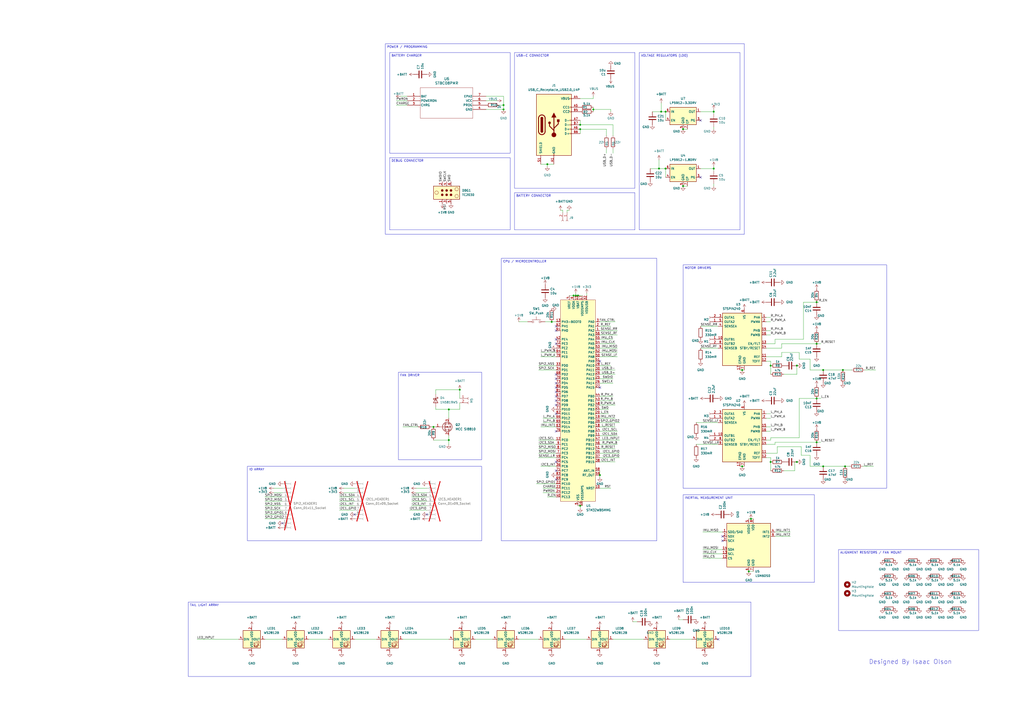
<source format=kicad_sch>
(kicad_sch (version 20250114) (generator "eeschema") (generator_version "9.0")
  (paper "A2")
  (text "Designed By Isaac Olson " (at 529.082 384.048 0) (effects (font (size 2.54 2.54))))
  (text_box "ALIGNMENT RESISTORS / FAN MOUNT" (at 486.41 318.77 0) (size 81.28 46.99) (margins 0.9525 0.9525 0.9525 0.9525) (effects (font (size 1.27 1.27)) (justify left top)))
  (text_box "MOTOR DRIVERS" (at 396.24 153.67 0) (size 118.11 129.54) (margins 0.9525 0.9525 0.9525 0.9525) (effects (font (size 1.27 1.27)) (justify left top)))
  (text_box "CPU / MICROCONTROLLER" (at 290.83 149.86 0) (size 90.17 163.83) (margins 0.9525 0.9525 0.9525 0.9525) (effects (font (size 1.27 1.27)) (justify left top)))
  (text_box "INERTIAL MEASUREMENT UNIT" (at 396.24 287.02 0) (size 76.2 50.8) (margins 0.9525 0.9525 0.9525 0.9525) (effects (font (size 1.27 1.27)) (justify left top)))
  (text_box "VOLTAGE REGULATORS (LDO)" (at 370.84 30.48 0) (size 58.42 102.87) (margins 0.9525 0.9525 0.9525 0.9525) (effects (font (size 1.27 1.27)) (justify left top)))
  (text_box "POWER / PROGRAMMING" (at 223.52 25.4 0) (size 208.28 110.49) (margins 0.9525 0.9525 0.9525 0.9525) (effects (font (size 1.27 1.27)) (justify left top)))
  (text_box "BATTERY CONNECTOR" (at 298.45 111.76 0) (size 69.85 21.59) (margins 0.9525 0.9525 0.9525 0.9525) (effects (font (size 1.27 1.27)) (justify left top)))
  (text_box "USB-C CONNECTOR" (at 298.45 30.48 0) (size 69.85 78.74) (margins 0.9525 0.9525 0.9525 0.9525) (effects (font (size 1.27 1.27)) (justify left top)))
  (text_box "TAIL LIGHT ARRAY" (at 109.22 349.25 0) (size 326.39 43.18) (margins 0.9525 0.9525 0.9525 0.9525) (effects (font (size 1.27 1.27)) (justify left top)))
  (text_box "BATTERY CHARGER" (at 226.06 30.48 0) (size 69.85 58.42) (margins 0.9525 0.9525 0.9525 0.9525) (effects (font (size 1.27 1.27)) (justify left top)))
  (text_box "FAN DRIVER" (at 231.14 215.9 0) (size 48.26 50.8) (margins 0.9525 0.9525 0.9525 0.9525) (effects (font (size 1.27 1.27)) (justify left top)))
  (text_box "IO ARRAY" (at 143.51 270.51 0) (size 135.89 43.18) (margins 0.9525 0.9525 0.9525 0.9525) (effects (font (size 1.27 1.27)) (justify left top)))
  (text_box "DEBUG CONNECTOR" (at 226.06 91.44 0) (size 69.85 41.91) (margins 0.9525 0.9525 0.9525 0.9525) (effects (font (size 1.27 1.27)) (justify left top)))
  (junction (at 473.71 231.14))
  (junction (at 251.46 247.65))
  (junction (at 488.95 214.63))
  (junction (at 430.53 270.51))
  (junction (at 292.1 60.96))
  (junction (at 447.04 267.97))
  (junction (at 473.71 175.26))
  (junction (at 396.24 74.93))
  (junction (at 477.52 270.51))
  (junction (at 260.35 255.27))
  (junction (at 386.08 64.77))
  (junction (at 260.35 237.49))
  (junction (at 414.02 64.77))
  (junction (at 332.74 171.45))
  (junction (at 435.61 300.99))
  (junction (at 396.24 107.95))
  (junction (at 430.53 214.63))
  (junction (at 490.22 270.51))
  (junction (at 336.55 72.39))
  (junction (at 347.98 275.59))
  (junction (at 414.02 97.79))
  (junction (at 336.55 74.93))
  (junction (at 335.28 171.45))
  (junction (at 266.7 226.06))
  (junction (at 447.04 212.09))
  (junction (at 434.34 331.47))
  (junction (at 477.52 214.63))
  (junction (at 336.55 293.37))
  (junction (at 344.17 63.5))
  (junction (at 317.5 95.25))
  (junction (at 382.27 97.79))
  (junction (at 320.04 186.69))
  (junction (at 473.71 256.54))
  (junction (at 334.01 171.45))
  (junction (at 462.28 267.97))
  (junction (at 292.1 63.5))
  (junction (at 383.54 64.77))
  (junction (at 386.08 97.79))
  (junction (at 473.71 199.39))
  (junction (at 462.28 212.09))
  (no_connect (at 322.58 267.97))
  (no_connect (at 322.58 250.19))
  (no_connect (at 419.1 311.15))
  (no_connect (at 322.58 199.39))
  (no_connect (at 347.98 224.79))
  (no_connect (at 247.65 298.45))
  (no_connect (at 322.58 234.95))
  (no_connect (at 322.58 219.71))
  (no_connect (at 322.58 227.33))
  (no_connect (at 322.58 217.17))
  (no_connect (at 322.58 189.23))
  (no_connect (at 205.74 298.45))
  (no_connect (at 322.58 240.03))
  (no_connect (at 322.58 196.85))
  (no_connect (at 322.58 224.79))
  (no_connect (at 406.4 102.87))
  (no_connect (at 322.58 222.25))
  (no_connect (at 322.58 273.05))
  (no_connect (at 322.58 232.41))
  (no_connect (at 347.98 209.55))
  (no_connect (at 406.4 69.85))
  (no_connect (at 419.1 313.69))
  (no_connect (at 322.58 191.77))
  (no_connect (at 322.58 229.87))
  (no_connect (at 322.58 278.13))
  (no_connect (at 416.56 370.84))
  (no_connect (at 163.83 303.53))
  (wire (pts (xy 430.53 270.51) (xy 431.8 270.51)))
  (wire (pts (xy 266.7 237.49) (xy 260.35 237.49)))
  (wire (pts (xy 153.67 300.99) (xy 163.83 300.99)))
  (wire (pts (xy 473.71 231.14) (xy 476.25 231.14)))
  (wire (pts (xy 260.35 255.27) (xy 260.35 257.81)))
  (wire (pts (xy 347.98 275.59) (xy 347.98 276.86)))
  (wire (pts (xy 444.5 201.93) (xy 453.39 201.93)))
  (wire (pts (xy 347.98 214.63) (xy 356.87 214.63)))
  (wire (pts (xy 336.55 294.64) (xy 336.55 293.37)))
  (wire (pts (xy 252.73 237.49) (xy 252.73 236.22)))
  (wire (pts (xy 356.87 260.35) (xy 347.98 260.35)))
  (wire (pts (xy 238.76 293.37) (xy 247.65 293.37)))
  (wire (pts (xy 444.5 209.55) (xy 447.04 209.55)))
  (wire (pts (xy 241.3 283.21) (xy 247.65 283.21)))
  (wire (pts (xy 476.25 256.54) (xy 473.71 256.54)))
  (wire (pts (xy 461.01 273.05) (xy 461.01 267.97)))
  (wire (pts (xy 454.66 273.05) (xy 461.01 273.05)))
  (wire (pts (xy 334.01 170.18) (xy 334.01 171.45)))
  (wire (pts (xy 444.5 242.57) (xy 447.04 242.57)))
  (wire (pts (xy 407.67 321.31) (xy 419.1 321.31)))
  (wire (pts (xy 406.4 64.77) (xy 414.02 64.77)))
  (wire (pts (xy 447.04 212.09) (xy 447.04 217.17)))
  (wire (pts (xy 356.87 199.39) (xy 347.98 199.39)))
  (wire (pts (xy 312.42 214.63) (xy 322.58 214.63)))
  (wire (pts (xy 158.75 285.75) (xy 163.83 285.75)))
  (wire (pts (xy 477.52 270.51) (xy 490.22 270.51)))
  (wire (pts (xy 383.54 59.69) (xy 383.54 64.77)))
  (wire (pts (xy 444.5 247.65) (xy 447.04 247.65)))
  (wire (pts (xy 314.96 245.11) (xy 322.58 245.11)))
  (wire (pts (xy 344.17 63.5) (xy 354.33 63.5)))
  (wire (pts (xy 447.04 254) (xy 463.55 254)))
  (wire (pts (xy 447.04 267.97) (xy 447.04 273.05)))
  (wire (pts (xy 359.41 245.11) (xy 347.98 245.11)))
  (wire (pts (xy 474.98 175.26) (xy 473.71 175.26)))
  (wire (pts (xy 260.35 237.49) (xy 260.35 242.57)))
  (wire (pts (xy 241.3 285.75) (xy 247.65 285.75)))
  (wire (pts (xy 311.15 280.67) (xy 322.58 280.67)))
  (wire (pts (xy 334.01 171.45) (xy 335.28 171.45)))
  (wire (pts (xy 444.5 240.03) (xy 447.04 240.03)))
  (wire (pts (xy 153.67 290.83) (xy 163.83 290.83)))
  (wire (pts (xy 300.99 186.69) (xy 306.07 186.69)))
  (wire (pts (xy 153.67 370.84) (xy 163.83 370.84)))
  (wire (pts (xy 466.09 196.85) (xy 449.58 196.85)))
  (wire (pts (xy 388.62 370.84) (xy 401.32 370.84)))
  (wire (pts (xy 336.55 57.15) (xy 344.17 57.15)))
  (wire (pts (xy 356.87 234.95) (xy 347.98 234.95)))
  (wire (pts (xy 450.85 262.89) (xy 444.5 262.89)))
  (wire (pts (xy 153.67 298.45) (xy 163.83 298.45)))
  (wire (pts (xy 260.35 252.73) (xy 260.35 255.27)))
  (wire (pts (xy 281.94 58.42) (xy 288.29 58.42)))
  (wire (pts (xy 403.86 245.11) (xy 416.56 245.11)))
  (wire (pts (xy 500.38 270.51) (xy 506.73 270.51)))
  (wire (pts (xy 354.33 212.09) (xy 347.98 212.09)))
  (wire (pts (xy 414.02 106.68) (xy 414.02 107.95)))
  (wire (pts (xy 229.87 60.96) (xy 236.22 60.96)))
  (wire (pts (xy 469.9 264.16) (xy 469.9 270.51)))
  (wire (pts (xy 386.08 97.79) (xy 386.08 102.87)))
  (wire (pts (xy 435.61 300.99) (xy 436.88 300.99)))
  (wire (pts (xy 330.2 171.45) (xy 332.74 171.45)))
  (wire (pts (xy 396.24 74.93) (xy 398.78 74.93)))
  (wire (pts (xy 260.35 237.49) (xy 252.73 237.49)))
  (wire (pts (xy 252.73 228.6) (xy 252.73 226.06)))
  (wire (pts (xy 447.04 255.27) (xy 447.04 254)))
  (wire (pts (xy 292.1 60.96) (xy 292.1 63.5)))
  (wire (pts (xy 469.9 208.28) (xy 469.9 214.63)))
  (wire (pts (xy 347.98 283.21) (xy 354.33 283.21)))
  (wire (pts (xy 312.42 257.81) (xy 322.58 257.81)))
  (wire (pts (xy 312.42 262.89) (xy 322.58 262.89)))
  (wire (pts (xy 336.55 74.93) (xy 336.55 77.47)))
  (wire (pts (xy 347.98 273.05) (xy 347.98 275.59)))
  (wire (pts (xy 353.06 240.03) (xy 347.98 240.03)))
  (wire (pts (xy 196.85 295.91) (xy 205.74 295.91)))
  (wire (pts (xy 313.69 95.25) (xy 317.5 95.25)))
  (wire (pts (xy 289.56 60.96) (xy 292.1 60.96)))
  (wire (pts (xy 414.02 97.79) (xy 414.02 99.06)))
  (wire (pts (xy 281.94 63.5) (xy 292.1 63.5)))
  (wire (pts (xy 461.01 267.97) (xy 462.28 267.97)))
  (wire (pts (xy 229.87 58.42) (xy 236.22 58.42)))
  (wire (pts (xy 356.87 267.97) (xy 347.98 267.97)))
  (wire (pts (xy 330.2 121.92) (xy 328.93 121.92)))
  (wire (pts (xy 358.14 257.81) (xy 347.98 257.81)))
  (wire (pts (xy 377.19 97.79) (xy 382.27 97.79)))
  (wire (pts (xy 312.42 260.35) (xy 322.58 260.35)))
  (wire (pts (xy 463.55 254) (xy 463.55 231.14)))
  (wire (pts (xy 450.85 259.08) (xy 464.82 259.08)))
  (wire (pts (xy 344.17 55.88) (xy 344.17 57.15)))
  (wire (pts (xy 351.79 86.36) (xy 351.79 88.9)))
  (wire (pts (xy 463.55 231.14) (xy 473.71 231.14)))
  (wire (pts (xy 406.4 201.93) (xy 416.56 201.93)))
  (wire (pts (xy 314.96 285.75) (xy 322.58 285.75)))
  (wire (pts (xy 313.69 207.01) (xy 322.58 207.01)))
  (wire (pts (xy 447.04 209.55) (xy 447.04 212.09)))
  (wire (pts (xy 463.55 204.47) (xy 463.55 208.28)))
  (wire (pts (xy 336.55 74.93) (xy 351.79 74.93)))
  (wire (pts (xy 317.5 288.29) (xy 322.58 288.29)))
  (wire (pts (xy 320.04 186.69) (xy 316.23 186.69)))
  (wire (pts (xy 444.5 191.77) (xy 447.04 191.77)))
  (wire (pts (xy 355.6 232.41) (xy 347.98 232.41)))
  (wire (pts (xy 327.66 370.84) (xy 340.36 370.84)))
  (wire (pts (xy 414.02 96.52) (xy 414.02 97.79)))
  (wire (pts (xy 444.5 265.43) (xy 447.04 265.43)))
  (wire (pts (xy 205.74 370.84) (xy 218.44 370.84)))
  (wire (pts (xy 317.5 96.52) (xy 317.5 95.25)))
  (wire (pts (xy 250.19 247.65) (xy 251.46 247.65)))
  (wire (pts (xy 414.02 64.77) (xy 414.02 66.04)))
  (wire (pts (xy 314.96 242.57) (xy 322.58 242.57)))
  (wire (pts (xy 199.39 285.75) (xy 205.74 285.75)))
  (wire (pts (xy 332.74 171.45) (xy 334.01 171.45)))
  (wire (pts (xy 251.46 247.65) (xy 252.73 247.65)))
  (wire (pts (xy 336.55 72.39) (xy 336.55 69.85)))
  (wire (pts (xy 488.95 214.63) (xy 494.03 214.63)))
  (wire (pts (xy 179.07 370.84) (xy 190.5 370.84)))
  (wire (pts (xy 335.28 293.37) (xy 336.55 293.37)))
  (wire (pts (xy 233.68 370.84) (xy 260.35 370.84)))
  (wire (pts (xy 453.39 201.93) (xy 453.39 199.39)))
  (wire (pts (xy 292.1 55.88) (xy 292.1 60.96)))
  (wire (pts (xy 266.7 233.68) (xy 266.7 237.49)))
  (wire (pts (xy 396.24 107.95) (xy 398.78 107.95)))
  (wire (pts (xy 313.69 270.51) (xy 322.58 270.51)))
  (wire (pts (xy 382.27 92.71) (xy 382.27 97.79)))
  (wire (pts (xy 347.98 237.49) (xy 353.06 237.49)))
  (wire (pts (xy 153.67 295.91) (xy 163.83 295.91)))
  (wire (pts (xy 450.85 259.08) (xy 450.85 262.89)))
  (wire (pts (xy 469.9 214.63) (xy 477.52 214.63)))
  (wire (pts (xy 354.33 63.5) (xy 354.33 64.77)))
  (wire (pts (xy 434.34 300.99) (xy 435.61 300.99)))
  (wire (pts (xy 403.86 257.81) (xy 416.56 257.81)))
  (wire (pts (xy 463.55 208.28) (xy 469.9 208.28)))
  (wire (pts (xy 444.5 194.31) (xy 447.04 194.31)))
  (wire (pts (xy 359.41 265.43) (xy 347.98 265.43)))
  (wire (pts (xy 322.58 186.69) (xy 320.04 186.69)))
  (wire (pts (xy 314.96 283.21) (xy 322.58 283.21)))
  (wire (pts (xy 453.39 207.01) (xy 444.5 207.01)))
  (wire (pts (xy 196.85 288.29) (xy 205.74 288.29)))
  (wire (pts (xy 355.6 86.36) (xy 355.6 88.9)))
  (wire (pts (xy 358.14 201.93) (xy 347.98 201.93)))
  (wire (pts (xy 444.5 255.27) (xy 447.04 255.27)))
  (wire (pts (xy 312.42 255.27) (xy 322.58 255.27)))
  (wire (pts (xy 414.02 73.66) (xy 414.02 74.93)))
  (wire (pts (xy 347.98 219.71) (xy 355.6 219.71)))
  (wire (pts (xy 347.98 222.25) (xy 355.6 222.25)))
  (wire (pts (xy 444.5 257.81) (xy 449.58 257.81)))
  (wire (pts (xy 114.3 370.84) (xy 138.43 370.84)))
  (wire (pts (xy 344.17 63.5) (xy 344.17 64.77)))
  (wire (pts (xy 347.98 217.17) (xy 356.87 217.17)))
  (wire (pts (xy 340.36 170.18) (xy 340.36 171.45)))
  (wire (pts (xy 434.34 331.47) (xy 436.88 331.47)))
  (wire (pts (xy 266.7 226.06) (xy 266.7 231.14)))
  (wire (pts (xy 386.08 64.77) (xy 386.08 69.85)))
  (wire (pts (xy 378.46 64.77) (xy 383.54 64.77)))
  (wire (pts (xy 359.41 262.89) (xy 347.98 262.89)))
  (wire (pts (xy 464.82 264.16) (xy 469.9 264.16)))
  (wire (pts (xy 232.41 55.88) (xy 236.22 55.88)))
  (wire (pts (xy 407.67 308.61) (xy 419.1 308.61)))
  (wire (pts (xy 406.4 189.23) (xy 416.56 189.23)))
  (wire (pts (xy 237.49 295.91) (xy 247.65 295.91)))
  (wire (pts (xy 430.53 214.63) (xy 431.8 214.63)))
  (wire (pts (xy 358.14 194.31) (xy 347.98 194.31)))
  (wire (pts (xy 300.99 370.84) (xy 312.42 370.84)))
  (wire (pts (xy 429.26 214.63) (xy 430.53 214.63)))
  (wire (pts (xy 447.04 265.43) (xy 447.04 267.97)))
  (wire (pts (xy 251.46 255.27) (xy 260.35 255.27)))
  (wire (pts (xy 238.76 288.29) (xy 247.65 288.29)))
  (wire (pts (xy 358.14 207.01) (xy 347.98 207.01)))
  (wire (pts (xy 407.67 318.77) (xy 419.1 318.77)))
  (wire (pts (xy 476.25 199.39) (xy 473.71 199.39)))
  (wire (pts (xy 393.7 359.41) (xy 396.24 359.41)))
  (wire (pts (xy 281.94 55.88) (xy 292.1 55.88)))
  (wire (pts (xy 356.87 186.69) (xy 347.98 186.69)))
  (wire (pts (xy 449.58 257.81) (xy 449.58 256.54)))
  (wire (pts (xy 355.6 229.87) (xy 347.98 229.87)))
  (wire (pts (xy 469.9 270.51) (xy 477.52 270.51)))
  (wire (pts (xy 454.66 217.17) (xy 462.28 217.17)))
  (wire (pts (xy 317.5 95.25) (xy 321.31 95.25)))
  (wire (pts (xy 336.55 72.39) (xy 355.6 72.39)))
  (wire (pts (xy 325.12 121.92) (xy 326.39 121.92)))
  (wire (pts (xy 382.27 97.79) (xy 386.08 97.79)))
  (wire (pts (xy 414.02 63.5) (xy 414.02 64.77)))
  (wire (pts (xy 344.17 62.23) (xy 344.17 63.5)))
  (wire (pts (xy 453.39 199.39) (xy 473.71 199.39)))
  (wire (pts (xy 462.28 217.17) (xy 462.28 212.09)))
  (wire (pts (xy 453.39 204.47) (xy 453.39 207.01)))
  (wire (pts (xy 466.09 175.26) (xy 466.09 196.85)))
  (wire (pts (xy 407.67 323.85) (xy 419.1 323.85)))
  (wire (pts (xy 449.58 311.15) (xy 458.47 311.15)))
  (wire (pts (xy 358.14 252.73) (xy 347.98 252.73)))
  (wire (pts (xy 347.98 255.27) (xy 359.41 255.27)))
  (wire (pts (xy 477.52 214.63) (xy 488.95 214.63)))
  (wire (pts (xy 199.39 283.21) (xy 205.74 283.21)))
  (wire (pts (xy 252.73 226.06) (xy 266.7 226.06)))
  (wire (pts (xy 464.82 259.08) (xy 464.82 264.16)))
  (wire (pts (xy 351.79 74.93) (xy 351.79 78.74)))
  (wire (pts (xy 358.14 204.47) (xy 347.98 204.47)))
  (wire (pts (xy 312.42 265.43) (xy 322.58 265.43)))
  (wire (pts (xy 429.26 270.51) (xy 430.53 270.51)))
  (wire (pts (xy 406.4 97.79) (xy 414.02 97.79)))
  (wire (pts (xy 153.67 293.37) (xy 163.83 293.37)))
  (wire (pts (xy 233.68 247.65) (xy 242.57 247.65)))
  (wire (pts (xy 356.87 242.57) (xy 347.98 242.57)))
  (wire (pts (xy 238.76 290.83) (xy 247.65 290.83)))
  (wire (pts (xy 358.14 191.77) (xy 347.98 191.77)))
  (wire (pts (xy 383.54 64.77) (xy 386.08 64.77)))
  (wire (pts (xy 449.58 196.85) (xy 449.58 199.39)))
  (wire (pts (xy 312.42 212.09) (xy 322.58 212.09)))
  (wire (pts (xy 444.5 186.69) (xy 447.04 186.69)))
  (wire (pts (xy 326.39 121.92) (xy 326.39 123.19)))
  (wire (pts (xy 335.28 171.45) (xy 337.82 171.45)))
  (wire (pts (xy 367.03 360.68) (xy 369.57 360.68)))
  (wire (pts (xy 444.5 199.39) (xy 449.58 199.39)))
  (wire (pts (xy 355.6 72.39) (xy 355.6 78.74)))
  (wire (pts (xy 355.6 370.84) (xy 373.38 370.84)))
  (wire (pts (xy 355.6 196.85) (xy 347.98 196.85)))
  (wire (pts (xy 328.93 121.92) (xy 328.93 123.19)))
  (wire (pts (xy 444.5 184.15) (xy 447.04 184.15)))
  (wire (pts (xy 473.71 175.26) (xy 466.09 175.26)))
  (wire (pts (xy 453.39 204.47) (xy 463.55 204.47)))
  (wire (pts (xy 313.69 247.65) (xy 322.58 247.65)))
  (wire (pts (xy 153.67 288.29) (xy 163.83 288.29)))
  (wire (pts (xy 354.33 189.23) (xy 347.98 189.23)))
  (wire (pts (xy 158.75 283.21) (xy 163.83 283.21)))
  (wire (pts (xy 196.85 290.83) (xy 205.74 290.83)))
  (wire (pts (xy 275.59 370.84) (xy 285.75 370.84)))
  (wire (pts (xy 490.22 270.51) (xy 492.76 270.51)))
  (wire (pts (xy 444.5 250.19) (xy 447.04 250.19)))
  (wire (pts (xy 356.87 247.65) (xy 347.98 247.65)))
  (wire (pts (xy 347.98 250.19) (xy 358.14 250.19)))
  (wire (pts (xy 449.58 308.61) (xy 458.47 308.61)))
  (wire (pts (xy 313.69 204.47) (xy 322.58 204.47)))
  (wire (pts (xy 196.85 293.37) (xy 205.74 293.37)))
  (wire (pts (xy 449.58 256.54) (xy 473.71 256.54)))
  (wire (pts (xy 508 214.63) (xy 501.65 214.63)))
  (wire (pts (xy 336.55 293.37) (xy 337.82 293.37)))
  (label "I2C3_SCL" (at 312.42 255.27 0))
  (label "L_PWM_B" (at 313.69 204.47 0))
  (label "I2C1_INT" (at 356.87 267.97 180))
  (label "R_PWM_A" (at 356.87 234.95 180))
  (label "L_PH_A" (at 314.96 242.57 0))
  (label "RST" (at 354.33 283.21 180))
  (label "SENSE_LR" (at 312.42 265.43 0))
  (label "R_PH_B" (at 447.04 191.77 0))
  (label "SWO" (at 261.62 105.41 90))
  (label "IMU_MISO" (at 407.67 308.61 0))
  (label "IMU_CLK" (at 407.67 321.31 0))
  (label "SENSE_LF" (at 358.14 207.01 180))
  (label "L_PH_A" (at 447.04 240.03 0))
  (label "IMU_INT2" (at 356.87 242.57 180))
  (label "R_RESET" (at 356.87 260.35 180))
  (label "I2C3_GPIO" (at 237.49 295.91 0))
  (label "I2C1_SDA" (at 358.14 252.73 180))
  (label "SWO" (at 353.06 237.49 180))
  (label "I2C3_INT" (at 313.69 270.51 0))
  (label "I2C1_GPIO" (at 359.41 262.89 180))
  (label "RST" (at 259.08 118.11 270))
  (label "R_PH_B" (at 355.6 232.41 180))
  (label "SWCLK" (at 259.08 105.41 90))
  (label "SPI2_GPIO1" (at 153.67 298.45 0))
  (label "L_REF" (at 506.73 270.51 180))
  (label "IMU_CS" (at 407.67 323.85 0))
  (label "L_PWM_A" (at 447.04 242.57 0))
  (label "SWDIO" (at 355.6 219.71 180))
  (label "SENSE_RR" (at 358.14 191.77 180))
  (label "IMU_INT2" (at 458.47 311.15 180))
  (label "R_RESET" (at 476.25 199.39 0))
  (label "SENSE_RF" (at 358.14 194.31 180))
  (label "SPI2_GPIO2" (at 153.67 300.99 0))
  (label "R_PH_A" (at 447.04 184.15 0))
  (label "SPI2_NSS" (at 153.67 293.37 0))
  (label "I2C3_INT" (at 238.76 293.37 0))
  (label "L_PH_B" (at 314.96 245.11 0))
  (label "I2C3_GPIO" (at 359.41 265.43 180))
  (label "I2C1_SCL" (at 358.14 250.19 180))
  (label "SWDIO" (at 256.54 105.41 90))
  (label "R_PWM_A" (at 447.04 186.69 0))
  (label "R_EN" (at 317.5 288.29 0))
  (label "LED_INPUT" (at 114.3 370.84 0))
  (label "SENSE_LR" (at 407.67 257.81 0))
  (label "IMU_MOSI" (at 407.67 318.77 0))
  (label "L_RESET" (at 356.87 247.65 180))
  (label "R_REF" (at 354.33 189.23 180))
  (label "I2C3_SDA" (at 238.76 288.29 0))
  (label "USB_D+" (at 356.87 217.17 180))
  (label "LED_INPUT" (at 359.41 255.27 180))
  (label "SPI2_GPIO2" (at 359.41 245.11 180))
  (label "L_EN" (at 353.06 240.03 180))
  (label "IMU_INT1" (at 458.47 308.61 180))
  (label "IMU_CLK" (at 356.87 199.39 180))
  (label "SPI2_MOSI" (at 312.42 262.89 0))
  (label "I2C3_SDA" (at 312.42 257.81 0))
  (label "I2C1_INT" (at 196.85 293.37 0))
  (label "SPI2_NSS" (at 312.42 212.09 0))
  (label "SPI2_MISO" (at 312.42 260.35 0))
  (label "SPI2_SCK" (at 312.42 214.63 0))
  (label "SPI2_MISO" (at 153.67 290.83 0))
  (label "SENSE_RF" (at 406.4 201.93 0))
  (label "USB_D-" (at 356.87 214.63 180))
  (label "R_REF" (at 508 214.63 180))
  (label "USB_D+" (at 351.79 88.9 270))
  (label "I2C1_GPIO" (at 196.85 295.91 0))
  (label "SENSE_LF" (at 407.67 245.11 0))
  (label "I2C1_SCL" (at 196.85 290.83 0))
  (label "IMU_CS" (at 355.6 196.85 180))
  (label "L_PWM_B" (at 447.04 250.19 0))
  (label "IMU_INT1" (at 313.69 247.65 0))
  (label "PWRON" (at 229.87 58.42 0))
  (label "L_EN" (at 476.25 231.14 0))
  (label "IMU_MISO" (at 358.14 201.93 180))
  (label "IMU_MOSI" (at 358.14 204.47 180))
  (label "R_EN" (at 474.98 175.26 0))
  (label "R_PH_A" (at 355.6 229.87 180))
  (label "CHARGE" (at 229.87 60.96 0))
  (label "L_PWM_A" (at 313.69 207.01 0))
  (label "CHARGE" (at 314.96 283.21 0))
  (label "FAN_CTRL" (at 356.87 186.69 180))
  (label "R_PWM_B" (at 447.04 194.31 0))
  (label "L_PH_B" (at 447.04 247.65 0))
  (label "FAN_CTRL" (at 233.68 247.65 0))
  (label "SWCLK" (at 355.6 222.25 180))
  (label "L_REF" (at 354.33 212.09 180))
  (label "PWRON" (at 314.96 285.75 0))
  (label "SPI2_GPIO1" (at 311.15 280.67 0))
  (label "L_RESET" (at 476.25 256.54 0))
  (label "SENSE_RR" (at 406.4 189.23 0))
  (label "R_PWM_B" (at 358.14 257.81 180))
  (label "I2C3_SCL" (at 238.76 290.83 0))
  (label "SPI2_MOSI" (at 153.67 288.29 0))
  (label "I2C1_SDA" (at 196.85 288.29 0))
  (label "SPI2_SCK" (at 153.67 295.91 0))
  (label "USB_D-" (at 355.6 88.9 270))
  (symbol (lib_id "power:+1V8") (at 316.23 165.1 0) (unit 1)
    (property "Reference" "#PWR08" (effects (hide yes)))
    (property "Value" "+1V8" (at 316.23 161.29 0))
    (property "Description" "Power symbol creates a global label with name \"+1V8\"" (effects (hide yes)))
  )
  (symbol (lib_id "power:GND") (at 558.8 334.01 0) (unit 1)
    (property "Reference" "#PWR099" (effects (hide yes)))
    (property "Value" "GND" (at 558.8 339.09 0))
    (property "Description" "Power symbol creates a global label with name \"GND\" , ground" (effects (hide yes)))
  )
  (symbol (lib_id "Device:R") (at 450.85 273.05 90) (unit 1)
    (property "Reference" "R12" (at 451.104 273.05 90))
    (property "Value" "47k" (at 451.104 270.764 90))
    (property "Footprint" "Resistor_SMD:R_0402_1005Metric" (effects (hide yes)))
    (property "LCSC" "C93943" (effects (hide yes)))
  )
  (symbol (lib_name "GND_29") (lib_id "power:GND") (at 354.33 64.77 0) (unit 1)
    (property "Reference" "#PWR02" (effects (hide yes)))
    (property "Value" "GND" (at 354.33 68.58 0))
  )
  (symbol (lib_id "power:GND") (at 558.8 344.17 0) (unit 1)
    (property "Reference" "#PWR0100" (effects (hide yes)))
    (property "Value" "GND" (at 558.8 349.25 0))
    (property "Description" "Power symbol creates a global label with name \"GND\" , ground" (effects (hide yes)))
  )
  (symbol (lib_id "Sensor_Motion:LSM6DSL") (at 434.34 316.23 0) (unit 1)
    (property "Reference" "U5" (at 437.896 331.47 0) (effects (justify left)))
    (property "Value" "LSM6DS0" (at 438.15 334.01 0) (effects (justify left)))
    (property "Footprint" "Package_LGA:LGA-14_3x2.5mm_P0.5mm_LayoutBorder3x4y" (effects (hide yes)))
    (property "Datasheet" "https://www.st.com/resource/en/datasheet/lsm6dsl.pdf" (effects (hide yes)))
    (property "Description" "I2C/SPI, iNEMO inertial module: always-on 3D accelerometer and 3D gyroscope, 1.71V to 3.6V VCC" (effects (hide yes)))
    (property "LCSC" "C481766" (effects (hide yes)))
  )
  (symbol (lib_id "power:GND") (at 408.94 378.46 0) (unit 1)
    (property "Reference" "#PWR022" (effects (hide yes)))
    (property "Value" "GND" (at 408.94 384.81 0))
    (property "Description" "Power symbol creates a global label with name \"GND\" , ground" (effects (hide yes)))
  )
  (symbol (lib_id "2024-11-26_16-37-43:STBC08PMR") (at 236.22 55.88 0) (unit 1)
    (property "Reference" "U6" (at 259.08 45.72 0) (effects (font (size 1.524 1.524))))
    (property "Value" "STBC08PMR" (at 259.08 48.26 0) (effects (font (size 1.524 1.524))))
    (property "Footprint" "stbc08:DFN6_3X3_STM" (effects (hide yes)))
    (property "Datasheet" "STBC08PMR" (effects (hide yes)))
    (property "LCSC" "C262929" (effects (hide yes)))
  )
  (symbol (lib_id "Connector:Conn_01x02_Socket") (at 411.48 252.73 0) (mirror y) (unit 1)
    (property "Reference" "M4" (at 409.702 254 0))
    (property "Value" "Conn_01x02_Socket" (effects (hide yes)))
    (property "Footprint" "Connector_JST:JST_GH_BM02B-GHS-TBT_1x02-1MP_P1.25mm_Vertical" (effects (hide yes)))
    (property "Description" "Generic connector, single row, 01x02, script generated" (effects (hide yes)))
    (property "LCSC" "C161690" (effects (hide yes)))
  )
  (symbol (lib_id "power:GND") (at 538.48 344.17 0) (unit 1)
    (property "Reference" "#PWR088" (effects (hide yes)))
    (property "Value" "GND" (at 538.48 349.25 0))
    (property "Description" "Power symbol creates a global label with name \"GND\" , ground" (effects (hide yes)))
  )
  (symbol (lib_id "Driver_Motor:STSPIN240") (at 431.8 252.73 0) (mirror y) (unit 1)
    (property "Reference" "U2" (at 429.6059 232.41 0) (effects (justify left)))
    (property "Value" "STSPIN240" (at 429.6059 234.95 0) (effects (justify left)))
    (property "Footprint" "Package_DFN_QFN:VQFN-16-1EP_3x3mm_P0.5mm_EP1.8x1.8mm" (effects (hide yes)))
    (property "Datasheet" "www.st.com/resource/en/datasheet/stspin240.pdf" (effects (hide yes)))
    (property "Description" "Low voltage dual brush DC motor driver, 1.8V to 10V input, 1.3Arms output, 0.4Ω Rdson per phase (typical), QFN-16 package" (effects (hide yes)))
    (property "LCSC" "C962258" (effects (hide yes)))
  )
  (symbol (lib_id "power:+BATT") (at 382.27 92.71 0) (unit 1)
    (property "Reference" "#PWR066" (effects (hide yes)))
    (property "Value" "+BATT" (at 382.27 87.63 0))
    (property "Description" "Power symbol creates a global label with name \"+BATT\"" (effects (hide yes)))
  )
  (symbol (lib_id "Switch:SW_Push") (at 311.15 186.69 0) (unit 1)
    (property "Reference" "SW1" (at 311.15 179.07 0))
    (property "Value" "SW_Push" (at 311.15 181.61 0))
    (property "Footprint" "ts1088:TS-1088-AR02016" (effects (hide yes)))
    (property "Description" "Push button switch, generic, two pins" (effects (hide yes)))
    (property "LCSC" "C455280" (effects (hide yes)))
  )
  (symbol (lib_id "power:GND") (at 452.12 175.26 90) (unit 1)
    (property "Reference" "#PWR034" (effects (hide yes)))
    (property "Value" "GND" (at 455.93 175.2599 90) (effects (justify right)))
    (property "Description" "Power symbol creates a global label with name \"GND\" , ground" (effects (hide yes)))
  )
  (symbol (lib_id "Connector:Conn_01x02_Socket") (at 411.48 186.69 180) (unit 1)
    (property "Reference" "M2" (at 409.702 185.42 0))
    (property "Value" "Conn_01x02_Socket" (effects (hide yes)))
    (property "Footprint" "Connector_JST:JST_GH_BM02B-GHS-TBT_1x02-1MP_P1.25mm_Vertical" (effects (hide yes)))
    (property "Description" "Generic connector, single row, 01x02, script generated" (effects (hide yes)))
    (property "LCSC" "C161690" (effects (hide yes)))
  )
  (symbol (lib_id "power:GND") (at 293.37 378.46 0) (unit 1)
    (property "Reference" "#PWR051" (effects (hide yes)))
    (property "Value" "GND" (at 293.37 384.81 0))
    (property "Description" "Power symbol creates a global label with name \"GND\" , ground" (effects (hide yes)))
  )
  (symbol (lib_id "Device:R") (at 554.99 334.01 270) (unit 1)
    (property "Reference" "MR14" (at 554.228 334.264 90))
    (property "Value" "5.1k" (at 554.99 336.55 90))
    (property "Footprint" "Resistor_SMD:R_0402_1005Metric" (effects (hide yes)))
    (property "LCSC" "C105872" (effects (hide yes)))
  )
  (symbol (lib_id "Device:R") (at 403.86 248.92 0) (unit 1)
    (property "Reference" "R16" (at 406.4 247.6499 0) (effects (justify left)))
    (property "Value" "330mR" (at 406.4 250.1899 0) (effects (justify left)))
    (property "Footprint" "Resistor_SMD:R_1206_3216Metric_Pad1.30x1.75mm_HandSolder" (effects (hide yes)))
    (property "Description" "Resistor" (effects (hide yes)))
    (property "LCSC" "C2932844" (effects (hide yes)))
  )
  (symbol (lib_id "Device:C") (at 412.75 231.14 90) (unit 1)
    (property "Reference" "C12" (at 411.5816 228.219 0) (effects (justify left)))
    (property "Value" "2.2uf" (at 413.893 228.219 0) (effects (justify left)))
    (property "Footprint" "Capacitor_SMD:C_0402_1005Metric" (effects (hide yes)))
    (property "LCSC" "C170151" (effects (hide yes)))
  )
  (symbol (lib_id "power:+BATT") (at 146.05 363.22 0) (unit 1)
    (property "Reference" "#PWR057" (effects (hide yes)))
    (property "Value" "+BATT" (at 146.05 358.14 0))
    (property "Description" "Power symbol creates a global label with name \"+BATT\"" (effects (hide yes)))
  )
  (symbol (lib_id "Device:R") (at 490.22 274.32 180) (unit 1)
    (property "Reference" "R22" (at 490.474 274.32 90))
    (property "Value" "11k" (at 487.934 274.066 90))
    (property "Footprint" "Resistor_SMD:R_0402_1005Metric" (effects (hide yes)))
    (property "LCSC" "C25749" (effects (hide yes)))
  )
  (symbol (lib_id "Device:R") (at 542.29 344.17 270) (unit 1)
    (property "Reference" "MR11" (at 541.528 344.424 90))
    (property "Value" "5.1k" (at 542.29 346.71 90))
    (property "Footprint" "Resistor_SMD:R_0402_1005Metric" (effects (hide yes)))
    (property "LCSC" "C105872" (effects (hide yes)))
  )
  (symbol (lib_id "power:+1V8") (at 241.3 283.21 90) (unit 1)
    (property "Reference" "#PWR012" (effects (hide yes)))
    (property "Value" "+1V8" (at 237.49 283.2099 90) (effects (justify left)))
    (property "Description" "Power symbol creates a global label with name \"+1V8\"" (effects (hide yes)))
  )
  (symbol (lib_name "GND_15") (lib_id "power:GND") (at 377.19 105.41 0) (unit 1)
    (property "Reference" "#PWR0137" (effects (hide yes)))
    (property "Value" "GND" (at 373.38 106.68 0))
  )
  (symbol (lib_id "Device:R") (at 554.99 353.06 270) (unit 1)
    (property "Reference" "MR16" (at 554.228 353.314 90))
    (property "Value" "5.1k" (at 554.99 355.6 90))
    (property "Footprint" "Resistor_SMD:R_0402_1005Metric" (effects (hide yes)))
    (property "LCSC" "C105872" (effects (hide yes)))
  )
  (symbol (lib_id "Device:R") (at 403.86 261.62 0) (unit 1)
    (property "Reference" "R17" (at 406.4 260.3499 0) (effects (justify left)))
    (property "Value" "330mR" (at 406.4 262.8899 0) (effects (justify left)))
    (property "Footprint" "Resistor_SMD:R_1206_3216Metric_Pad1.30x1.75mm_HandSolder" (effects (hide yes)))
    (property "Description" "Resistor" (effects (hide yes)))
    (property "LCSC" "C2932844" (effects (hide yes)))
  )
  (symbol (lib_id "Device:R") (at 473.71 227.33 180) (unit 1)
    (property "Reference" "R3" (at 473.71 227.076 90))
    (property "Value" "20k" (at 471.424 227.076 90))
    (property "Footprint" "Resistor_SMD:R_0402_1005Metric" (effects (hide yes)))
    (property "LCSC" "C93942" (effects (hide yes)))
  )
  (symbol (lib_id "power:GND") (at 247.65 280.67 270) (unit 1)
    (property "Reference" "#PWR043" (effects (hide yes)))
    (property "Value" "GND" (at 243.84 280.6699 90) (effects (justify right)))
    (property "Description" "Power symbol creates a global label with name \"GND\" , ground" (effects (hide yes)))
  )
  (symbol (lib_id "power:+BATT") (at 408.94 363.22 0) (unit 1)
    (property "Reference" "#PWR0125" (effects (hide yes)))
    (property "Value" "+BATT" (at 408.94 358.14 0))
    (property "Description" "Power symbol creates a global label with name \"+BATT\"" (effects (hide yes)))
  )
  (symbol (lib_id "power:GND") (at 511.81 325.12 0) (unit 1)
    (property "Reference" "#PWR070" (effects (hide yes)))
    (property "Value" "GND" (at 511.81 330.2 0))
    (property "Description" "Power symbol creates a global label with name \"GND\" , ground" (effects (hide yes)))
  )
  (symbol (lib_id "Regulator_Linear:LP5912-1.8DRV") (at 396.24 100.33 0) (unit 1)
    (property "Reference" "U4" (at 396.24 90.17 0))
    (property "Value" "LP5912-1.8DRV" (at 396.24 92.71 0))
    (property "Footprint" "Package_SON:WSON-6-1EP_2x2mm_P0.65mm_EP1x1.6mm_ThermalVias" (effects (hide yes)))
    (property "Datasheet" "http://www.ti.com/lit/ds/symlink/lp5912.pdf" (effects (hide yes)))
    (property "Description" "500-mA Ultra-Low-Noise Low-IQ LDO, 1.8V, WSON-6" (effects (hide yes)))
    (property "LCSC" "C2876234" (effects (hide yes)))
  )
  (symbol (lib_id "LED:WS2812B") (at 320.04 370.84 0) (unit 1)
    (property "Reference" "LED7" (at 331.47 364.5214 0))
    (property "Value" "WS2812B" (at 331.47 367.0614 0))
    (property "Footprint" "1010rgbled:LED-SMD_4P-L1.0-W1.0-TL_XL-1010RGBC-WS2812B" (effects (hide yes)))
    (property "Datasheet" "https://cdn-shop.adafruit.com/datasheets/WS2812B.pdf" (effects (hide yes)))
    (property "Description" "RGB LED with integrated controller" (effects (hide yes)))
    (property "LCSC" "C5349953" (effects (hide yes)))
  )
  (symbol (lib_id "Device:R") (at 473.71 195.58 180) (unit 1)
    (property "Reference" "R20" (at 473.71 195.326 90))
    (property "Value" "20k" (at 471.424 195.326 90))
    (property "Footprint" "Resistor_SMD:R_0402_1005Metric" (effects (hide yes)))
    (property "LCSC" "C93942" (effects (hide yes)))
  )
  (symbol (lib_id "power:GND") (at 205.74 298.45 270) (unit 1)
    (property "Reference" "#PWR0134" (effects (hide yes)))
    (property "Value" "GND" (at 201.93 298.4499 90) (effects (justify right)))
    (property "Description" "Power symbol creates a global label with name \"GND\" , ground" (effects (hide yes)))
  )
  (symbol (lib_id "power:GND") (at 163.83 280.67 270) (unit 1)
    (property "Reference" "#PWR019" (effects (hide yes)))
    (property "Value" "GND" (at 160.02 280.6699 90) (effects (justify right)))
    (property "Description" "Power symbol creates a global label with name \"GND\" , ground" (effects (hide yes)))
  )
  (symbol (lib_id "power:GND") (at 473.71 238.76 0) (unit 1)
    (property "Reference" "#PWR0119" (effects (hide yes)))
    (property "Value" "GND" (at 475.996 238.506 0))
    (property "Description" "Power symbol creates a global label with name \"GND\" , ground" (effects (hide yes)))
  )
  (symbol (lib_id "power:+1V8") (at 473.71 167.64 0) (unit 1)
    (property "Reference" "#PWR0141" (effects (hide yes)))
    (property "Value" "+1V8" (at 473.71 163.83 0))
    (property "Description" "Power symbol creates a global label with name \"+1V8\"" (effects (hide yes)))
  )
  (symbol (lib_id "Device:R") (at 285.75 60.96 270) (unit 1)
    (property "Reference" "R10" (at 286.512 60.96 90))
    (property "Value" "2k" (at 289.56 61.976 90))
    (property "Footprint" "Resistor_SMD:R_0402_1005Metric" (effects (hide yes)))
    (property "LCSC" "C4109" (effects (hide yes)))
  )
  (symbol (lib_id "power:GND") (at 558.8 353.06 0) (unit 1)
    (property "Reference" "#PWR0101" (effects (hide yes)))
    (property "Value" "GND" (at 558.8 358.14 0))
    (property "Description" "Power symbol creates a global label with name \"GND\" , ground" (effects (hide yes)))
  )
  (symbol (lib_id "power:GND") (at 490.22 278.13 0) (unit 1)
    (property "Reference" "#PWR0120" (effects (hide yes)))
    (property "Value" "GND" (at 492.76 278.13 0))
    (property "Description" "Power symbol creates a global label with name \"GND\" , ground" (effects (hide yes)))
  )
  (symbol (lib_id "power:+BATT") (at 347.98 363.22 0) (unit 1)
    (property "Reference" "#PWR064" (effects (hide yes)))
    (property "Value" "+BATT" (at 347.98 358.14 0))
    (property "Description" "Power symbol creates a global label with name \"+BATT\"" (effects (hide yes)))
  )
  (symbol (lib_id "Device:C") (at 400.05 359.41 90) (unit 1)
    (property "Reference" "C20" (at 398.8816 356.489 0) (effects (justify left)))
    (property "Value" "100n" (at 401.193 356.489 0) (effects (justify left)))
    (property "Footprint" "Capacitor_SMD:C_0402_1005Metric" (effects (hide yes)))
    (property "LCSC" "C1525" (effects (hide yes)))
  )
  (symbol (lib_id "power:+BATT") (at 293.37 363.22 0) (unit 1)
    (property "Reference" "#PWR062" (effects (hide yes)))
    (property "Value" "+BATT" (at 293.37 358.14 0))
    (property "Description" "Power symbol creates a global label with name \"+BATT\"" (effects (hide yes)))
  )
  (symbol (lib_id "Device:R") (at 355.6 82.55 0) (unit 1)
    (property "Reference" "R6" (at 355.854 83.312 90))
    (property "Value" "22r" (at 358.394 82.55 0))
    (property "Footprint" "Resistor_SMD:R_0201_0603Metric" (effects (hide yes)))
    (property "LCSC" "C270355" (effects (hide yes)))
  )
  (symbol (lib_id "Device:R") (at 251.46 251.46 180) (unit 1)
    (property "Reference" "R9" (at 251.46 251.206 90))
    (property "Value" "20k" (at 249.174 251.206 90))
    (property "Footprint" "Resistor_SMD:R_0402_1005Metric" (effects (hide yes)))
    (property "LCSC" "C93942" (effects (hide yes)))
  )
  (symbol (lib_id "power:GND") (at 462.28 267.97 90) (unit 1)
    (property "Reference" "#PWR036" (effects (hide yes)))
    (property "Value" "GND" (at 466.344 267.97 0))
    (property "Description" "Power symbol creates a global label with name \"GND\" , ground" (effects (hide yes)))
  )
  (symbol (lib_id "power:+BATT") (at 266.7 226.06 0) (unit 1)
    (property "Reference" "#PWR045" (effects (hide yes)))
    (property "Value" "+BATT" (at 266.7 220.98 0))
    (property "Description" "Power symbol creates a global label with name \"+BATT\"" (effects (hide yes)))
  )
  (symbol (lib_id "power:+1V8") (at 473.71 223.52 0) (unit 1)
    (property "Reference" "#PWR0140" (effects (hide yes)))
    (property "Value" "+1V8" (at 473.71 219.71 0))
    (property "Description" "Power symbol creates a global label with name \"+1V8\"" (effects (hide yes)))
  )
  (symbol (lib_id "power:GND") (at 551.18 325.12 0) (unit 1)
    (property "Reference" "#PWR094" (effects (hide yes)))
    (property "Value" "GND" (at 551.18 330.2 0))
    (property "Description" "Power symbol creates a global label with name \"GND\" , ground" (effects (hide yes)))
  )
  (symbol (lib_id "Device:R") (at 340.36 64.77 270) (unit 1)
    (property "Reference" "R2" (at 339.598 65.024 90))
    (property "Value" "5.1k" (at 340.36 66.802 90))
    (property "Footprint" "Resistor_SMD:R_0402_1005Metric" (effects (hide yes)))
    (property "LCSC" "C105872" (effects (hide yes)))
  )
  (symbol (lib_id "power:GND") (at 430.53 270.51 0) (unit 1)
    (property "Reference" "#PWR017" (effects (hide yes)))
    (property "Value" "GND" (at 430.53 275.59 0))
    (property "Description" "Power symbol creates a global label with name \"GND\" , ground" (effects (hide yes)))
  )
  (symbol (lib_id "power:+BATT") (at 240.03 43.18 90) (unit 1)
    (property "Reference" "#PWR041" (effects (hide yes)))
    (property "Value" "+BATT" (at 236.22 43.1799 90) (effects (justify left)))
    (property "Description" "Power symbol creates a global label with name \"+BATT\"" (effects (hide yes)))
  )
  (symbol (lib_id "power:GND") (at 403.86 252.73 0) (unit 1)
    (property "Reference" "#PWR038" (effects (hide yes)))
    (property "Value" "GND" (at 400.558 253.492 0))
    (property "Description" "Power symbol creates a global label with name \"GND\" , ground" (effects (hide yes)))
  )
  (symbol (lib_id "power:VBUS") (at 288.29 58.42 270) (unit 1)
    (property "Reference" "#PWR065" (effects (hide yes)))
    (property "Value" "VBUS" (at 286.004 57.404 90))
    (property "Description" "Power symbol creates a global label with name \"VBUS\"" (effects (hide yes)))
  )
  (symbol (lib_id "power:GND") (at 525.78 334.01 0) (unit 1)
    (property "Reference" "#PWR079" (effects (hide yes)))
    (property "Value" "GND" (at 525.78 339.09 0))
    (property "Description" "Power symbol creates a global label with name \"GND\" , ground" (effects (hide yes)))
  )
  (symbol (lib_id "power:+1V8") (at 435.61 300.99 0) (unit 1)
    (property "Reference" "#PWR025" (effects (hide yes)))
    (property "Value" "+1V8" (at 435.61 297.18 0))
    (property "Description" "Power symbol creates a global label with name \"+1V8\"" (effects (hide yes)))
  )
  (symbol (lib_name "VBUS_1") (lib_id "power:VBUS") (at 354.33 45.72 180) (unit 1)
    (property "Reference" "#PWR067" (effects (hide yes)))
    (property "Value" "VBUS" (at 353.949 50.1142 0))
  )
  (symbol (lib_id "power:GND") (at 317.5 96.52 0) (unit 1)
    (property "Reference" "#PWR016" (effects (hide yes)))
    (property "Value" "GND" (at 317.5 101.6 0))
    (property "Description" "Power symbol creates a global label with name \"GND\" , ground" (effects (hide yes)))
  )
  (symbol (lib_id "power:GND") (at 538.48 325.12 0) (unit 1)
    (property "Reference" "#PWR086" (effects (hide yes)))
    (property "Value" "GND" (at 538.48 330.2 0))
    (property "Description" "Power symbol creates a global label with name \"GND\" , ground" (effects (hide yes)))
  )
  (symbol (lib_id "Device:C") (at 414.02 69.85 0) (unit 1)
    (property "Reference" "C10" (at 416.941 68.6816 0) (effects (justify left)))
    (property "Value" "10u" (at 416.941 70.993 0) (effects (justify left)))
    (property "Footprint" "Capacitor_SMD:C_0805_2012Metric" (effects (hide yes)))
    (property "LCSC" "C408141" (effects (hide yes)))
  )
  (symbol (lib_id "Device:C") (at 458.47 212.09 90) (unit 1)
    (property "Reference" "C9" (at 457.2 209.55 0) (effects (justify left)))
    (property "Value" "22nF" (at 459.232 209.55 0) (effects (justify left)))
    (property "Footprint" "Capacitor_SMD:C_0402_1005Metric" (effects (hide yes)))
    (property "LCSC" "C337699" (effects (hide yes)))
  )
  (symbol (lib_id "power:GND") (at 205.74 280.67 270) (unit 1)
    (property "Reference" "#PWR020" (effects (hide yes)))
    (property "Value" "GND" (at 201.93 280.6699 90) (effects (justify right)))
    (property "Description" "Power symbol creates a global label with name \"GND\" , ground" (effects (hide yes)))
  )
  (symbol (lib_id "power:+BATT") (at 444.5 175.26 90) (unit 1)
    (property "Reference" "#PWR033" (effects (hide yes)))
    (property "Value" "+BATT" (at 440.69 175.2599 90) (effects (justify left)))
    (property "Description" "Power symbol creates a global label with name \"+BATT\"" (effects (hide yes)))
  )
  (symbol (lib_id "Device:R") (at 473.71 171.45 180) (unit 1)
    (property "Reference" "R4" (at 473.71 171.196 90))
    (property "Value" "20k" (at 471.424 171.196 90))
    (property "Footprint" "Resistor_SMD:R_0402_1005Metric" (effects (hide yes)))
    (property "LCSC" "C93942" (effects (hide yes)))
  )
  (symbol (lib_id "power:GND") (at 546.1 344.17 0) (unit 1)
    (property "Reference" "#PWR092" (effects (hide yes)))
    (property "Value" "GND" (at 546.1 349.25 0))
    (property "Description" "Power symbol creates a global label with name \"GND\" , ground" (effects (hide yes)))
  )
  (symbol (lib_id "power:+1V8") (at 158.75 283.21 90) (unit 1)
    (property "Reference" "#PWR04" (effects (hide yes)))
    (property "Value" "+1V8" (at 154.94 283.2099 90) (effects (justify left)))
    (property "Description" "Power symbol creates a global label with name \"+1V8\"" (effects (hide yes)))
  )
  (symbol (lib_id "Connector:USB_C_Receptacle_USB2.0_14P") (at 321.31 72.39 0) (unit 1)
    (property "Reference" "J1" (at 321.31 49.53 0))
    (property "Value" "USB_C_Receptacle_USB2.0_14P" (at 321.31 52.07 0))
    (property "Footprint" "Connector_USB:USB_C_Receptacle_HRO_TYPE-C-31-M-12" (effects (hide yes)))
    (property "Datasheet" "https://www.usb.org/sites/default/files/documents/usb_type-c.zip" (effects (hide yes)))
    (property "Description" "USB 2.0-only 14P Type-C Receptacle connector" (effects (hide yes)))
    (property "LCSC" "C165948" (effects (hide yes)))
  )
  (symbol (lib_name "GND_15") (lib_id "power:GND") (at 396.24 74.93 0) (unit 1)
    (property "Reference" "#PWR047" (effects (hide yes)))
    (property "Value" "GND" (at 392.43 76.2 0))
  )
  (symbol (lib_id "power:GND") (at 511.81 334.01 0) (unit 1)
    (property "Reference" "#PWR072" (effects (hide yes)))
    (property "Value" "GND" (at 511.81 339.09 0))
    (property "Description" "Power symbol creates a global label with name \"GND\" , ground" (effects (hide yes)))
  )
  (symbol (lib_id "Connector:Conn_01x09_Socket") (at 252.73 290.83 0) (unit 1) (in_bom no) (dnp yes)
    (property "Reference" "I2C3_HEADER1" (at 254 289.5599 0) (effects (justify left)))
    (property "Value" "Conn_01x09_Socket" (at 254 292.0999 0) (effects (justify left)))
    (property "Footprint" "Connector_PinHeader_1.00mm:PinHeader_1x09_P1.00mm_Vertical" (effects (hide yes)))
    (property "Description" "Generic connector, single row, 01x09, script generated" (effects (hide yes)))
  )
  (symbol (lib_id "Device:R") (at 542.29 353.06 270) (unit 1)
    (property "Reference" "MR12" (at 541.528 353.314 90))
    (property "Value" "5.1k" (at 542.29 355.6 90))
    (property "Footprint" "Resistor_SMD:R_0402_1005Metric" (effects (hide yes)))
    (property "LCSC" "C105872" (effects (hide yes)))
  )
  (symbol (lib_id "Device:R") (at 515.62 344.17 270) (unit 1)
    (property "Reference" "MR3" (at 514.858 344.424 90))
    (property "Value" "5.1k" (at 515.62 346.71 90))
    (property "Footprint" "Resistor_SMD:R_0402_1005Metric" (effects (hide yes)))
    (property "LCSC" "C105872" (effects (hide yes)))
  )
  (symbol (lib_id "Device:C") (at 473.71 234.95 180) (unit 1)
    (property "Reference" "C13" (at 470.789 236.1184 0) (effects (justify left)))
    (property "Value" "10nF" (at 470.789 233.807 0) (effects (justify left)))
    (property "Footprint" "Capacitor_SMD:C_0402_1005Metric" (effects (hide yes)))
    (property "LCSC" "C15195" (effects (hide yes)))
  )
  (symbol (lib_id "Device:R") (at 351.79 82.55 0) (unit 1)
    (property "Reference" "R5" (at 352.044 83.312 90))
    (property "Value" "22r" (at 348.996 82.55 0))
    (property "Footprint" "Resistor_SMD:R_0201_0603Metric" (effects (hide yes)))
    (property "LCSC" "C270355" (effects (hide yes)))
  )
  (symbol (lib_id "LED:WS2812B") (at 198.12 370.84 0) (unit 1)
    (property "Reference" "LED3" (at 209.55 364.5214 0))
    (property "Value" "WS2812B" (at 209.55 367.0614 0))
    (property "Footprint" "1010rgbled:LED-SMD_4P-L1.0-W1.0-TL_XL-1010RGBC-WS2812B" (effects (hide yes)))
    (property "Datasheet" "https://cdn-shop.adafruit.com/datasheets/WS2812B.pdf" (effects (hide yes)))
    (property "Description" "RGB LED with integrated controller" (effects (hide yes)))
    (property "LCSC" "C5349953" (effects (hide yes)))
  )
  (symbol (lib_id "power:GND") (at 406.4 209.55 0) (unit 1)
    (property "Reference" "#PWR035" (effects (hide yes)))
    (property "Value" "GND" (at 406.4 214.63 0))
    (property "Description" "Power symbol creates a global label with name \"GND\" , ground" (effects (hide yes)))
  )
  (symbol (lib_id "power:+BATT") (at 383.54 59.69 0) (unit 1)
    (property "Reference" "#PWR0103" (effects (hide yes)))
    (property "Value" "+BATT" (at 383.54 54.61 0))
    (property "Description" "Power symbol creates a global label with name \"+BATT\"" (effects (hide yes)))
  )
  (symbol (lib_name "+3V3_1") (lib_id "power:+3V3") (at 158.75 285.75 90) (unit 1)
    (property "Reference" "#PWR07" (effects (hide yes)))
    (property "Value" "+3V3" (at 152.4 285.242 90))
  )
  (symbol (lib_id "power:GND") (at 261.62 118.11 0) (mirror y) (unit 1)
    (property "Reference" "#PWR0107" (effects (hide yes)))
    (property "Value" "GND" (at 261.62 123.19 0))
    (property "Description" "Power symbol creates a global label with name \"GND\" , ground" (effects (hide yes)))
  )
  (symbol (lib_id "power:+BATT") (at 367.03 360.68 0) (unit 1)
    (property "Reference" "#PWR0127" (effects (hide yes)))
    (property "Value" "+BATT" (at 367.03 355.6 0))
    (property "Description" "Power symbol creates a global label with name \"+BATT\"" (effects (hide yes)))
  )
  (symbol (lib_id "power:GND") (at 551.18 344.17 0) (unit 1)
    (property "Reference" "#PWR096" (effects (hide yes)))
    (property "Value" "GND" (at 551.18 349.25 0))
    (property "Description" "Power symbol creates a global label with name \"GND\" , ground" (effects (hide yes)))
  )
  (symbol (lib_id "power:GND") (at 322.58 237.49 270) (unit 1)
    (property "Reference" "#PWR069" (effects (hide yes)))
    (property "Value" "GND" (at 317.5 237.236 0))
    (property "Description" "Power symbol creates a global label with name \"GND\" , ground" (effects (hide yes)))
  )
  (symbol (lib_id "Transistor_FET:CSD13380F3") (at 257.81 247.65 0) (unit 1)
    (property "Reference" "Q2" (at 264.16 246.3799 0) (effects (justify left)))
    (property "Value" "MCC SI8810" (at 264.16 248.9199 0) (effects (justify left)))
    (property "Footprint" "Package_TO_SOT_SMD:SOT-23" (effects (hide yes)))
    (property "LCSC" "C669009" (effects (hide yes)))
  )
  (symbol (lib_id "Connector:Conn_01x11_Socket") (at 168.91 293.37 0) (unit 1) (in_bom no) (dnp yes)
    (property "Reference" "SPI2_HEADER1" (at 170.18 292.0999 0) (effects (justify left)))
    (property "Value" "Conn_01x11_Socket" (at 170.18 294.6399 0) (effects (justify left)))
    (property "Footprint" "Connector_PinHeader_1.00mm:PinHeader_1x11_P1.00mm_Vertical" (effects (hide yes)))
    (property "Description" "Generic connector, single row, 01x11, script generated" (effects (hide yes)))
  )
  (symbol (lib_id "Device:C") (at 377.19 101.6 0) (unit 1)
    (property "Reference" "C22" (at 380.111 100.4316 0) (effects (justify left)))
    (property "Value" "10u" (at 380.111 102.743 0) (effects (justify left)))
    (property "Footprint" "Capacitor_SMD:C_0805_2012Metric" (effects (hide yes)))
    (property "LCSC" "C408141" (effects (hide yes)))
  )
  (symbol (lib_name "+3V3_1") (lib_id "power:+3V3") (at 414.02 63.5 0) (unit 1)
    (property "Reference" "#PWR048" (effects (hide yes)))
    (property "Value" "+3V3" (at 415.036 60.452 0))
  )
  (symbol (lib_id "Device:R") (at 515.62 334.01 270) (unit 1)
    (property "Reference" "MR2" (at 514.858 334.264 90))
    (property "Value" "5.1k" (at 515.62 336.55 90))
    (property "Footprint" "Resistor_SMD:R_0402_1005Metric" (effects (hide yes)))
    (property "LCSC" "C105872" (effects (hide yes)))
  )
  (symbol (lib_id "Device:R") (at 542.29 334.01 270) (unit 1)
    (property "Reference" "MR10" (at 541.528 334.264 90))
    (property "Value" "5.1k" (at 542.29 336.55 90))
    (property "Footprint" "Resistor_SMD:R_0402_1005Metric" (effects (hide yes)))
    (property "LCSC" "C105872" (effects (hide yes)))
  )
  (symbol (lib_id "power:GND") (at 336.55 294.64 0) (unit 1)
    (property "Reference" "#PWR015" (effects (hide yes)))
    (property "Value" "GND" (at 336.55 298.45 0))
    (property "Description" "Power symbol creates a global label with name \"GND\" , ground" (effects (hide yes)))
  )
  (symbol (lib_id "power:+BATT") (at 325.12 121.92 0) (unit 1)
    (property "Reference" "#PWR023" (effects (hide yes)))
    (property "Value" "+BATT" (at 325.12 116.84 0))
    (property "Description" "Power symbol creates a global label with name \"+BATT\"" (effects (hide yes)))
  )
  (symbol (lib_id "power:GND") (at 430.53 214.63 0) (unit 1)
    (property "Reference" "#PWR018" (effects (hide yes)))
    (property "Value" "GND" (at 430.53 219.71 0))
    (property "Description" "Power symbol creates a global label with name \"GND\" , ground" (effects (hide yes)))
  )
  (symbol (lib_name "+3V3_1") (lib_id "power:+3V3") (at 199.39 285.75 90) (unit 1)
    (property "Reference" "#PWR0105" (effects (hide yes)))
    (property "Value" "+3V3" (at 193.04 285.242 90))
  )
  (symbol (lib_id "power:GND") (at 546.1 353.06 0) (unit 1)
    (property "Reference" "#PWR093" (effects (hide yes)))
    (property "Value" "GND" (at 546.1 358.14 0))
    (property "Description" "Power symbol creates a global label with name \"GND\" , ground" (effects (hide yes)))
  )
  (symbol (lib_id "power:GND") (at 452.12 232.41 90) (unit 1)
    (property "Reference" "#PWR031" (effects (hide yes)))
    (property "Value" "GND" (at 455.93 232.4099 90) (effects (justify right)))
    (property "Description" "Power symbol creates a global label with name \"GND\" , ground" (effects (hide yes)))
  )
  (symbol (lib_id "Device:R") (at 488.95 218.44 180) (unit 1)
    (property "Reference" "R23" (at 489.204 218.44 90))
    (property "Value" "11k" (at 486.664 218.186 90))
    (property "Footprint" "Resistor_SMD:R_0402_1005Metric" (effects (hide yes)))
    (property "LCSC" "C25749" (effects (hide yes)))
  )
  (symbol (lib_id "Device:R") (at 515.62 353.06 270) (unit 1)
    (property "Reference" "MR4" (at 514.858 353.314 90))
    (property "Value" "5.1k" (at 515.62 355.6 90))
    (property "Footprint" "Resistor_SMD:R_0402_1005Metric" (effects (hide yes)))
    (property "LCSC" "C105872" (effects (hide yes)))
  )
  (symbol (lib_id "power:GND") (at 452.12 163.83 90) (unit 1)
    (property "Reference" "#PWR0111" (effects (hide yes)))
    (property "Value" "GND" (at 455.93 163.8299 90) (effects (justify right)))
    (property "Description" "Power symbol creates a global label with name \"GND\" , ground" (effects (hide yes)))
  )
  (symbol (lib_id "Device:R") (at 473.71 252.73 180) (unit 1)
    (property "Reference" "R19" (at 473.71 252.476 90))
    (property "Value" "20k" (at 471.424 252.476 90))
    (property "Footprint" "Resistor_SMD:R_0402_1005Metric" (effects (hide yes)))
    (property "LCSC" "C93942" (effects (hide yes)))
  )
  (symbol (lib_id "Driver_Motor:STSPIN240") (at 431.8 196.85 0) (mirror y) (unit 1)
    (property "Reference" "U3" (at 429.6059 176.53 0) (effects (justify left)))
    (property "Value" "STSPIN240" (at 429.6059 179.07 0) (effects (justify left)))
    (property "Footprint" "Package_DFN_QFN:VQFN-16-1EP_3x3mm_P0.5mm_EP1.8x1.8mm" (effects (hide yes)))
    (property "Datasheet" "www.st.com/resource/en/datasheet/stspin240.pdf" (effects (hide yes)))
    (property "Description" "Low voltage dual brush DC motor driver, 1.8V to 10V input, 1.3Arms output, 0.4Ω Rdson per phase (typical), QFN-16 package" (effects (hide yes)))
    (property "LCSC" "C962258" (effects (hide yes)))
  )
  (symbol (lib_id "Device:R") (at 320.04 182.88 180) (unit 1)
    (property "Reference" "R11" (at 320.04 182.626 90))
    (property "Value" "20k" (at 317.754 182.626 90))
    (property "Footprint" "Resistor_SMD:R_0402_1005Metric" (effects (hide yes)))
    (property "LCSC" "C93942" (effects (hide yes)))
  )
  (symbol (lib_id "Device:R") (at 450.85 212.09 90) (unit 1)
    (property "Reference" "R8" (at 451.104 212.09 90))
    (property "Value" "1k" (at 451.104 209.804 90))
    (property "Footprint" "Resistor_SMD:R_0402_1005Metric" (effects (hide yes)))
    (property "LCSC" "C106235" (effects (hide yes)))
  )
  (symbol (lib_id "Device:R") (at 554.99 325.12 270) (unit 1)
    (property "Reference" "MR13" (at 554.228 325.374 90))
    (property "Value" "5.1k" (at 554.99 327.66 90))
    (property "Footprint" "Resistor_SMD:R_0402_1005Metric" (effects (hide yes)))
    (property "LCSC" "C105872" (effects (hide yes)))
  )
  (symbol (lib_id "power:GND") (at 538.48 334.01 0) (unit 1)
    (property "Reference" "#PWR087" (effects (hide yes)))
    (property "Value" "GND" (at 538.48 339.09 0))
    (property "Description" "Power symbol creates a global label with name \"GND\" , ground" (effects (hide yes)))
  )
  (symbol (lib_id "LED:WS2812B") (at 171.45 370.84 0) (unit 1)
    (property "Reference" "LED2" (at 182.88 364.5214 0))
    (property "Value" "WS2812B" (at 182.88 367.0614 0))
    (property "Footprint" "1010rgbled:LED-SMD_4P-L1.0-W1.0-TL_XL-1010RGBC-WS2812B" (effects (hide yes)))
    (property "Datasheet" "https://cdn-shop.adafruit.com/datasheets/WS2812B.pdf" (effects (hide yes)))
    (property "Description" "RGB LED with integrated controller" (effects (hide yes)))
    (property "LCSC" "C5349953" (effects (hide yes)))
  )
  (symbol (lib_id "power:GND") (at 247.65 298.45 270) (unit 1)
    (property "Reference" "#PWR0133" (effects (hide yes)))
    (property "Value" "GND" (at 243.84 298.4499 90) (effects (justify right)))
    (property "Description" "Power symbol creates a global label with name \"GND\" , ground" (effects (hide yes)))
  )
  (symbol (lib_id "power:+BATT") (at 163.83 306.07 90) (unit 1)
    (property "Reference" "#PWR0132" (effects (hide yes)))
    (property "Value" "+BATT" (at 160.02 306.0699 90) (effects (justify left)))
    (property "Description" "Power symbol creates a global label with name \"+BATT\"" (effects (hide yes)))
  )
  (symbol (lib_id "Device:R") (at 496.57 270.51 90) (unit 1)
    (property "Reference" "R21" (at 496.824 270.51 90))
    (property "Value" "22k" (at 496.824 268.224 90))
    (property "Footprint" "Resistor_SMD:R_0402_1005Metric" (effects (hide yes)))
    (property "LCSC" "C82868" (effects (hide yes)))
  )
  (symbol (lib_id "Device:C") (at 448.31 163.83 90) (unit 1)
    (property "Reference" "C11" (at 447.1416 160.909 0) (effects (justify left)))
    (property "Value" "2.2uf" (at 449.453 160.909 0) (effects (justify left)))
    (property "Footprint" "Capacitor_SMD:C_0402_1005Metric" (effects (hide yes)))
    (property "LCSC" "C170151" (effects (hide yes)))
  )
  (symbol (lib_id "Device:C") (at 373.38 360.68 90) (unit 1)
    (property "Reference" "C19" (at 372.2116 357.759 0) (effects (justify left)))
    (property "Value" "100n" (at 374.523 357.759 0) (effects (justify left)))
    (property "Footprint" "Capacitor_SMD:C_0402_1005Metric" (effects (hide yes)))
    (property "LCSC" "C1525" (effects (hide yes)))
  )
  (symbol (lib_id "Device:R") (at 340.36 62.23 270) (unit 1)
    (property "Reference" "R1" (at 339.344 62.23 90))
    (property "Value" "5.1k" (at 340.36 60.198 90))
    (property "Footprint" "Resistor_SMD:R_0402_1005Metric" (effects (hide yes)))
    (property "LCSC" "C105872" (effects (hide yes)))
  )
  (symbol (lib_id "power:GND") (at 347.98 378.46 0) (unit 1)
    (property "Reference" "#PWR049" (effects (hide yes)))
    (property "Value" "GND" (at 347.98 384.81 0))
    (property "Description" "Power symbol creates a global label with name \"GND\" , ground" (effects (hide yes)))
  )
  (symbol (lib_name "GND_1") (lib_id "power:GND") (at 414.02 107.95 0) (unit 1)
    (property "Reference" "#PWR011" (effects (hide yes)))
    (property "Value" "GND" (at 410.21 109.22 0))
  )
  (symbol (lib_id "Device:R") (at 406.4 205.74 0) (unit 1)
    (property "Reference" "R14" (at 408.94 204.4699 0) (effects (justify left)))
    (property "Value" "330mR" (at 408.94 207.0099 0) (effects (justify left)))
    (property "Footprint" "Resistor_SMD:R_1206_3216Metric_Pad1.30x1.75mm_HandSolder" (effects (hide yes)))
    (property "Description" "Resistor" (effects (hide yes)))
    (property "LCSC" "C2932844" (effects (hide yes)))
  )
  (symbol (lib_id "power:+BATT") (at 226.06 363.22 0) (unit 1)
    (property "Reference" "#PWR060" (effects (hide yes)))
    (property "Value" "+BATT" (at 226.06 358.14 0))
    (property "Description" "Power symbol creates a global label with name \"+BATT\"" (effects (hide yes)))
  )
  (symbol (lib_id "power:GND") (at 462.28 212.09 90) (unit 1)
    (property "Reference" "#PWR037" (effects (hide yes)))
    (property "Value" "GND" (at 466.344 212.09 0))
    (property "Description" "Power symbol creates a global label with name \"GND\" , ground" (effects (hide yes)))
  )
  (symbol (lib_id "power:GND") (at 347.98 276.86 0) (unit 1)
    (property "Reference" "#PWR0142" (effects (hide yes)))
    (property "Value" "GND" (at 347.98 280.67 0))
    (property "Description" "Power symbol creates a global label with name \"GND\" , ground" (effects (hide yes)))
  )
  (symbol (lib_id "LED:WS2812B") (at 381 370.84 0) (unit 1)
    (property "Reference" "LED9" (at 392.43 364.5214 0))
    (property "Value" "WS2812B" (at 392.43 367.0614 0))
    (property "Footprint" "Library:1010ws2812" (effects (hide yes)))
    (property "Datasheet" "https://cdn-shop.adafruit.com/datasheets/WS2812B.pdf" (effects (hide yes)))
    (property "Description" "RGB LED with integrated controller" (effects (hide yes)))
    (property "LCSC" "C5349953" (effects (hide yes)))
  )
  (symbol (lib_id "LED:WS2812B") (at 347.98 370.84 0) (unit 1)
    (property "Reference" "LED8" (at 359.41 364.5214 0))
    (property "Value" "WS2812B" (at 359.41 367.0614 0))
    (property "Footprint" "1010rgbled:LED-SMD_4P-L1.0-W1.0-TL_XL-1010RGBC-WS2812B" (effects (hide yes)))
    (property "Datasheet" "https://cdn-shop.adafruit.com/datasheets/WS2812B.pdf" (effects (hide yes)))
    (property "Description" "RGB LED with integrated controller" (effects (hide yes)))
    (property "LCSC" "C5349953" (effects (hide yes)))
  )
  (symbol (lib_id "power:GND") (at 551.18 334.01 0) (unit 1)
    (property "Reference" "#PWR095" (effects (hide yes)))
    (property "Value" "GND" (at 551.18 339.09 0))
    (property "Description" "Power symbol creates a global label with name \"GND\" , ground" (effects (hide yes)))
  )
  (symbol (lib_id "Mechanical:MountingHole") (at 491.49 339.09 0) (unit 1) (in_bom no)
    (property "Reference" "H2" (at 494.03 337.8199 0) (effects (justify left)))
    (property "Value" "MountingHole" (at 494.03 340.3599 0) (effects (justify left)))
    (property "Footprint" "MountingHole:MountingHole_2.1mm" (effects (hide yes)))
    (property "Description" "Mounting Hole without connection" (effects (hide yes)))
  )
  (symbol (lib_id "power:GND") (at 381 378.46 0) (unit 1)
    (property "Reference" "#PWR021" (effects (hide yes)))
    (property "Value" "GND" (at 381 384.81 0))
    (property "Description" "Power symbol creates a global label with name \"GND\" , ground" (effects (hide yes)))
  )
  (symbol (lib_id "power:GND") (at 477.52 222.25 0) (unit 1)
    (property "Reference" "#PWR0123" (effects (hide yes)))
    (property "Value" "GND" (at 480.06 222.25 0))
    (property "Description" "Power symbol creates a global label with name \"GND\" , ground" (effects (hide yes)))
  )
  (symbol (lib_name "VBUS_1") (lib_id "power:VBUS") (at 344.17 55.88 0) (unit 1)
    (property "Reference" "#PWR01" (effects (hide yes)))
    (property "Value" "VBUS" (at 344.551 51.4858 0))
  )
  (symbol (lib_id "Device:R") (at 406.4 193.04 0) (unit 1)
    (property "Reference" "R15" (at 408.94 191.7699 0) (effects (justify left)))
    (property "Value" "330mR" (at 408.94 194.3099 0) (effects (justify left)))
    (property "Footprint" "Resistor_SMD:R_1206_3216Metric_Pad1.30x1.75mm_HandSolder" (effects (hide yes)))
    (property "Description" "Resistor" (effects (hide yes)))
    (property "LCSC" "C2932844" (effects (hide yes)))
  )
  (symbol (lib_id "power:GND") (at 546.1 325.12 0) (unit 1)
    (property "Reference" "#PWR090" (effects (hide yes)))
    (property "Value" "GND" (at 546.1 330.2 0))
    (property "Description" "Power symbol creates a global label with name \"GND\" , ground" (effects (hide yes)))
  )
  (symbol (lib_id "LED:WS2812B") (at 408.94 370.84 0) (unit 1)
    (property "Reference" "LED10" (at 420.37 364.5214 0))
    (property "Value" "WS2812B" (at 420.37 367.0614 0))
    (property "Footprint" "Library:1010ws2812" (effects (hide yes)))
    (property "Datasheet" "https://cdn-shop.adafruit.com/datasheets/WS2812B.pdf" (effects (hide yes)))
    (property "Description" "RGB LED with integrated controller" (effects (hide yes)))
    (property "LCSC" "C5349953" (effects (hide yes)))
  )
  (symbol (lib_id "Device:C") (at 448.31 175.26 90) (unit 1)
    (property "Reference" "C6" (at 447.1416 172.339 0) (effects (justify left)))
    (property "Value" "22uF" (at 449.453 172.339 0) (effects (justify left)))
    (property "Footprint" "Capacitor_SMD:C_0805_2012Metric" (effects (hide yes)))
    (property "LCSC" "C602037" (effects (hide yes)))
  )
  (symbol (lib_id "power:GND") (at 377.19 360.68 0) (unit 1)
    (property "Reference" "#PWR0126" (effects (hide yes)))
    (property "Value" "GND" (at 377.19 367.03 0))
    (property "Description" "Power symbol creates a global label with name \"GND\" , ground" (effects (hide yes)))
  )
  (symbol (lib_id "power:GND") (at 511.81 353.06 0) (unit 1)
    (property "Reference" "#PWR075" (effects (hide yes)))
    (property "Value" "GND" (at 511.81 358.14 0))
    (property "Description" "Power symbol creates a global label with name \"GND\" , ground" (effects (hide yes)))
  )
  (symbol (lib_id "power:GND") (at 267.97 378.46 0) (unit 1)
    (property "Reference" "#PWR052" (effects (hide yes)))
    (property "Value" "GND" (at 267.97 384.81 0))
    (property "Description" "Power symbol creates a global label with name \"GND\" , ground" (effects (hide yes)))
  )
  (symbol (lib_id "Diode:1N5819WS") (at 252.73 232.41 270) (unit 1)
    (property "Reference" "D4" (at 255.27 230.8224 90) (effects (justify left)))
    (property "Value" "1N5819WS" (at 255.27 233.3624 90) (effects (justify left)))
    (property "Footprint" "Diode_SMD:D_SOD-323" (effects (hide yes)))
    (property "Datasheet" "https://datasheet.lcsc.com/lcsc/2204281430_Guangdong-Hottech-1N5819WS_C191023.pdf" (effects (hide yes)))
    (property "Description" "40V 600mV@1A 1A SOD-323 Schottky Barrier Diodes, SOD-323" (effects (hide yes)))
    (property "LCSC" "C191023" (effects (hide yes)))
  )
  (symbol (lib_id "Connector:Conn_01x02_Socket") (at 328.93 128.27 270) (unit 1)
    (property "Reference" "J9" (at 330.2 126.3649 90) (effects (justify left)))
    (property "Value" "Conn_01x02_Socket" (effects (hide yes)))
    (property "Footprint" "Connector_JST:JST_GH_BM02B-GHS-TBT_1x02-1MP_P1.25mm_Vertical" (effects (hide yes)))
    (property "Description" "Generic connector, single row, 01x02, script generated" (effects (hide yes)))
    (property "LCSC" "C161690" (effects (hide yes)))
  )
  (symbol (lib_id "Device:C") (at 354.33 41.91 180) (unit 1)
    (property "Reference" "C1" (at 351.409 43.0784 0) (effects (justify left)))
    (property "Value" "10u" (at 351.409 40.767 0) (effects (justify left)))
    (property "Footprint" "Capacitor_SMD:C_0805_2012Metric" (effects (hide yes)))
    (property "LCSC" "C408141" (effects (hide yes)))
  )
  (symbol (lib_id "Device:C") (at 448.31 232.41 90) (unit 1)
    (property "Reference" "C3" (at 447.1416 229.489 0) (effects (justify left)))
    (property "Value" "22uF" (at 449.453 229.489 0) (effects (justify left)))
    (property "Footprint" "Capacitor_SMD:C_0805_2012Metric" (effects (hide yes)))
    (property "LCSC" "C602037" (effects (hide yes)))
  )
  (symbol (lib_id "power:GND") (at 488.95 222.25 0) (unit 1)
    (property "Reference" "#PWR0122" (effects (hide yes)))
    (property "Value" "GND" (at 491.49 222.25 0))
    (property "Description" "Power symbol creates a global label with name \"GND\" , ground" (effects (hide yes)))
  )
  (symbol (lib_id "Device:C") (at 458.47 267.97 90) (unit 1)
    (property "Reference" "C8" (at 457.3016 265.049 0) (effects (justify left)))
    (property "Value" "22nF" (at 459.613 265.049 0) (effects (justify left)))
    (property "Footprint" "Capacitor_SMD:C_0402_1005Metric" (effects (hide yes)))
    (property "LCSC" "C337699" (effects (hide yes)))
  )
  (symbol (lib_id "power:GND") (at 519.43 353.06 0) (unit 1)
    (property "Reference" "#PWR077" (effects (hide yes)))
    (property "Value" "GND" (at 519.43 358.14 0))
    (property "Description" "Power symbol creates a global label with name \"GND\" , ground" (effects (hide yes)))
  )
  (symbol (lib_id "power:GND") (at 525.78 353.06 0) (unit 1)
    (property "Reference" "#PWR081" (effects (hide yes)))
    (property "Value" "GND" (at 525.78 358.14 0))
    (property "Description" "Power symbol creates a global label with name \"GND\" , ground" (effects (hide yes)))
  )
  (symbol (lib_id "LED:WS2812B") (at 293.37 370.84 0) (unit 1)
    (property "Reference" "LED6" (at 304.8 364.5214 0))
    (property "Value" "WS2812B" (at 304.8 367.0614 0))
    (property "Footprint" "1010rgbled:LED-SMD_4P-L1.0-W1.0-TL_XL-1010RGBC-WS2812B" (effects (hide yes)))
    (property "Datasheet" "https://cdn-shop.adafruit.com/datasheets/WS2812B.pdf" (effects (hide yes)))
    (property "Description" "RGB LED with integrated controller" (effects (hide yes)))
    (property "LCSC" "C5349953" (effects (hide yes)))
  )
  (symbol (lib_id "power:GND") (at 477.52 278.13 0) (unit 1)
    (property "Reference" "#PWR0121" (effects (hide yes)))
    (property "Value" "GND" (at 480.06 278.13 0))
    (property "Description" "Power symbol creates a global label with name \"GND\" , ground" (effects (hide yes)))
  )
  (symbol (lib_id "Device:C") (at 243.84 43.18 90) (unit 1)
    (property "Reference" "C7" (at 242.6716 40.259 0) (effects (justify left)))
    (property "Value" "10u" (at 244.983 40.259 0) (effects (justify left)))
    (property "Footprint" "Capacitor_SMD:C_0805_2012Metric" (effects (hide yes)))
    (property "LCSC" "C408141" (effects (hide yes)))
  )
  (symbol (lib_id "power:GND") (at 525.78 325.12 0) (unit 1)
    (property "Reference" "#PWR078" (effects (hide yes)))
    (property "Value" "GND" (at 525.78 330.2 0))
    (property "Description" "Power symbol creates a global label with name \"GND\" , ground" (effects (hide yes)))
  )
  (symbol (lib_id "Device:C") (at 473.71 260.35 180) (unit 1)
    (property "Reference" "C16" (at 470.789 261.5184 0) (effects (justify left)))
    (property "Value" "1nF" (at 470.789 259.207 0) (effects (justify left)))
    (property "Footprint" "Capacitor_SMD:C_0402_1005Metric" (effects (hide yes)))
    (property "LCSC" "C77018" (effects (hide yes)))
  )
  (symbol (lib_id "power:GND") (at 533.4 325.12 0) (unit 1)
    (property "Reference" "#PWR082" (effects (hide yes)))
    (property "Value" "GND" (at 533.4 330.2 0))
    (property "Description" "Power symbol creates a global label with name \"GND\" , ground" (effects (hide yes)))
  )
  (symbol (lib_id "power:+1V8") (at 334.01 170.18 0) (unit 1)
    (property "Reference" "#PWR06" (effects (hide yes)))
    (property "Value" "+1V8" (at 334.01 166.37 0))
    (property "Description" "Power symbol creates a global label with name \"+1V8\"" (effects (hide yes)))
  )
  (symbol (lib_id "Device:R") (at 529.59 325.12 270) (unit 1)
    (property "Reference" "MR5" (at 528.828 325.374 90))
    (property "Value" "5.1k" (at 529.59 327.66 90))
    (property "Footprint" "Resistor_SMD:R_0402_1005Metric" (effects (hide yes)))
    (property "LCSC" "C105872" (effects (hide yes)))
  )
  (symbol (lib_id "power:GND") (at 146.05 378.46 0) (unit 1)
    (property "Reference" "#PWR053" (effects (hide yes)))
    (property "Value" "GND" (at 146.05 384.81 0))
    (property "Description" "Power symbol creates a global label with name \"GND\" , ground" (effects (hide yes)))
  )
  (symbol (lib_id "power:+BATT") (at 431.8 179.07 0) (unit 1)
    (property "Reference" "#PWR030" (effects (hide yes)))
    (property "Value" "+BATT" (at 431.8 173.99 0))
    (property "Description" "Power symbol creates a global label with name \"+BATT\"" (effects (hide yes)))
  )
  (symbol (lib_id "Device:C") (at 473.71 179.07 180) (unit 1)
    (property "Reference" "C14" (at 470.789 180.2384 0) (effects (justify left)))
    (property "Value" "10nF" (at 470.789 177.927 0) (effects (justify left)))
    (property "Footprint" "Capacitor_SMD:C_0402_1005Metric" (effects (hide yes)))
    (property "LCSC" "C15195" (effects (hide yes)))
  )
  (symbol (lib_id "power:+BATT") (at 408.94 231.14 90) (unit 1)
    (property "Reference" "#PWR0112" (effects (hide yes)))
    (property "Value" "+BATT" (at 405.13 231.1399 90) (effects (justify left)))
    (property "Description" "Power symbol creates a global label with name \"+BATT\"" (effects (hide yes)))
  )
  (symbol (lib_id "power:GND") (at 416.56 231.14 90) (unit 1)
    (property "Reference" "#PWR0113" (effects (hide yes)))
    (property "Value" "GND" (at 420.37 231.1399 90) (effects (justify right)))
    (property "Description" "Power symbol creates a global label with name \"GND\" , ground" (effects (hide yes)))
  )
  (symbol (lib_id "power:GND") (at 198.12 378.46 0) (unit 1)
    (property "Reference" "#PWR055" (effects (hide yes)))
    (property "Value" "GND" (at 198.12 384.81 0))
    (property "Description" "Power symbol creates a global label with name \"GND\" , ground" (effects (hide yes)))
  )
  (symbol (lib_id "power:GND") (at 473.71 207.01 0) (unit 1)
    (property "Reference" "#PWR0115" (effects (hide yes)))
    (property "Value" "GND" (at 473.71 212.09 0))
    (property "Description" "Power symbol creates a global label with name \"GND\" , ground" (effects (hide yes)))
  )
  (symbol (lib_name "GND_35") (lib_id "power:GND") (at 316.23 172.72 0) (unit 1)
    (property "Reference" "#PWR09" (effects (hide yes)))
    (property "Value" "GND" (at 316.23 177.292 0))
  )
  (symbol (lib_id "power:GND") (at 546.1 334.01 0) (unit 1)
    (property "Reference" "#PWR091" (effects (hide yes)))
    (property "Value" "GND" (at 546.1 339.09 0))
    (property "Description" "Power symbol creates a global label with name \"GND\" , ground" (effects (hide yes)))
  )
  (symbol (lib_id "LED:WS2812B") (at 226.06 370.84 0) (unit 1)
    (property "Reference" "LED4" (at 237.49 364.5214 0))
    (property "Value" "WS2812B" (at 237.49 367.0614 0))
    (property "Footprint" "1010rgbled:LED-SMD_4P-L1.0-W1.0-TL_XL-1010RGBC-WS2812B" (effects (hide yes)))
    (property "Datasheet" "https://cdn-shop.adafruit.com/datasheets/WS2812B.pdf" (effects (hide yes)))
    (property "Description" "RGB LED with integrated controller" (effects (hide yes)))
    (property "LCSC" "C5349953" (effects (hide yes)))
  )
  (symbol (lib_id "power:+1V8") (at 473.71 248.92 0) (unit 1)
    (property "Reference" "#PWR0118" (effects (hide yes)))
    (property "Value" "+1V8" (at 473.71 245.11 0))
    (property "Description" "Power symbol creates a global label with name \"+1V8\"" (effects (hide yes)))
  )
  (symbol (lib_id "Device:C") (at 477.52 274.32 0) (unit 1)
    (property "Reference" "C17" (at 480.441 273.1516 0) (effects (justify left)))
    (property "Value" "47nF" (at 480.441 275.463 0) (effects (justify left)))
    (property "Footprint" "Capacitor_SMD:C_0402_1005Metric" (effects (hide yes)))
    (property "LCSC" "C82219" (effects (hide yes)))
  )
  (symbol (lib_id "Device:C") (at 419.1 298.45 90) (unit 1)
    (property "Reference" "C2" (at 417.9316 295.529 0) (effects (justify left)))
    (property "Value" "100n" (at 420.243 295.529 0) (effects (justify left)))
    (property "Footprint" "Capacitor_SMD:C_0402_1005Metric" (effects (hide yes)))
    (property "LCSC" "C1525" (effects (hide yes)))
  )
  (symbol (lib_id "Device:C") (at 473.71 203.2 180) (unit 1)
    (property "Reference" "C15" (at 470.789 204.3684 0) (effects (justify left)))
    (property "Value" "1nF" (at 470.789 202.057 0) (effects (justify left)))
    (property "Footprint" "Capacitor_SMD:C_0402_1005Metric" (effects (hide yes)))
    (property "LCSC" "C77018" (effects (hide yes)))
  )
  (symbol (lib_id "power:+1V8") (at 473.71 191.77 0) (unit 1)
    (property "Reference" "#PWR0116" (effects (hide yes)))
    (property "Value" "+1V8" (at 473.71 187.96 0))
    (property "Description" "Power symbol creates a global label with name \"+1V8\"" (effects (hide yes)))
  )
  (symbol (lib_id "power:GND") (at 330.2 121.92 180) (unit 1)
    (property "Reference" "#PWR024" (effects (hide yes)))
    (property "Value" "GND" (at 330.2 116.84 0))
    (property "Description" "Power symbol creates a global label with name \"GND\" , ground" (effects (hide yes)))
  )
  (symbol (lib_id "power:GND") (at 473.71 264.16 0) (unit 1)
    (property "Reference" "#PWR0114" (effects (hide yes)))
    (property "Value" "GND" (at 473.71 269.24 0))
    (property "Description" "Power symbol creates a global label with name \"GND\" , ground" (effects (hide yes)))
  )
  (symbol (lib_id "power:GND") (at 533.4 353.06 0) (unit 1)
    (property "Reference" "#PWR085" (effects (hide yes)))
    (property "Value" "GND" (at 533.4 358.14 0))
    (property "Description" "Power symbol creates a global label with name \"GND\" , ground" (effects (hide yes)))
  )
  (symbol (lib_id "power:GND") (at 422.91 298.45 90) (unit 1)
    (property "Reference" "#PWR028" (effects (hide yes)))
    (property "Value" "GND" (at 427.99 298.45 0))
    (property "Description" "Power symbol creates a global label with name \"GND\" , ground" (effects (hide yes)))
  )
  (symbol (lib_id "power:+BATT") (at 205.74 300.99 90) (unit 1)
    (property "Reference" "#PWR0130" (effects (hide yes)))
    (property "Value" "+BATT" (at 201.93 300.9899 90) (effects (justify left)))
    (property "Description" "Power symbol creates a global label with name \"+BATT\"" (effects (hide yes)))
  )
  (symbol (lib_id "power:GND") (at 322.58 201.93 270) (unit 1)
    (property "Reference" "#PWR0109" (effects (hide yes)))
    (property "Value" "GND" (at 319.024 200.152 0))
    (property "Description" "Power symbol creates a global label with name \"GND\" , ground" (effects (hide yes)))
  )
  (symbol (lib_id "Device:R") (at 554.99 344.17 270) (unit 1)
    (property "Reference" "MR15" (at 554.228 344.424 90))
    (property "Value" "5.1k" (at 554.99 346.71 90))
    (property "Footprint" "Resistor_SMD:R_0402_1005Metric" (effects (hide yes)))
    (property "LCSC" "C105872" (effects (hide yes)))
  )
  (symbol (lib_id "power:GND") (at 403.86 265.43 0) (unit 1)
    (property "Reference" "#PWR076" (effects (hide yes)))
    (property "Value" "GND" (at 403.86 270.51 0))
    (property "Description" "Power symbol creates a global label with name \"GND\" , ground" (effects (hide yes)))
  )
  (symbol (lib_id "power:GND") (at 551.18 353.06 0) (unit 1)
    (property "Reference" "#PWR097" (effects (hide yes)))
    (property "Value" "GND" (at 551.18 358.14 0))
    (property "Description" "Power symbol creates a global label with name \"GND\" , ground" (effects (hide yes)))
  )
  (symbol (lib_id "Connector:Conn_01x09_Socket") (at 210.82 290.83 0) (unit 1) (in_bom no) (dnp yes)
    (property "Reference" "I2C1_HEADER1" (at 212.09 289.5599 0) (effects (justify left)))
    (property "Value" "Conn_01x09_Socket" (at 212.09 292.0999 0) (effects (justify left)))
    (property "Footprint" "Connector_PinHeader_1.00mm:PinHeader_1x09_P1.00mm_Vertical" (effects (hide yes)))
    (property "Description" "Generic connector, single row, 01x09, script generated" (effects (hide yes)))
  )
  (symbol (lib_id "Device:C") (at 378.46 68.58 0) (unit 1)
    (property "Reference" "C21" (at 381.381 67.4116 0) (effects (justify left)))
    (property "Value" "10u" (at 381.381 69.723 0) (effects (justify left)))
    (property "Footprint" "Capacitor_SMD:C_0805_2012Metric" (effects (hide yes)))
    (property "LCSC" "C408141" (effects (hide yes)))
  )
  (symbol (lib_id "power:GND") (at 406.4 196.85 0) (unit 1)
    (property "Reference" "#PWR014" (effects (hide yes)))
    (property "Value" "GND" (at 403.352 197.612 0))
    (property "Description" "Power symbol creates a global label with name \"GND\" , ground" (effects (hide yes)))
  )
  (symbol (lib_name "GND_1") (lib_id "power:GND") (at 354.33 38.1 180) (unit 1)
    (property "Reference" "#PWR068" (effects (hide yes)))
    (property "Value" "GND" (at 358.14 36.83 0))
  )
  (symbol (lib_id "power:GND") (at 519.43 344.17 0) (unit 1)
    (property "Reference" "#PWR0139" (effects (hide yes)))
    (property "Value" "GND" (at 519.43 349.25 0))
    (property "Description" "Power symbol creates a global label with name \"GND\" , ground" (effects (hide yes)))
  )
  (symbol (lib_name "GND_35") (lib_id "power:GND") (at 247.65 43.18 90) (unit 1)
    (property "Reference" "#PWR042" (effects (hide yes)))
    (property "Value" "GND" (at 252.222 43.18 0))
  )
  (symbol (lib_id "power:GND") (at 403.86 359.41 0) (unit 1)
    (property "Reference" "#PWR0129" (effects (hide yes)))
    (property "Value" "GND" (at 403.86 365.76 0))
    (property "Description" "Power symbol creates a global label with name \"GND\" , ground" (effects (hide yes)))
  )
  (symbol (lib_name "+3V3_1") (lib_id "power:+3V3") (at 340.36 170.18 0) (unit 1)
    (property "Reference" "#PWR013" (effects (hide yes)))
    (property "Value" "+3V3" (at 340.36 166.37 0))
  )
  (symbol (lib_name "GND_1") (lib_id "power:GND") (at 260.35 257.81 0) (unit 1)
    (property "Reference" "#PWR046" (effects (hide yes)))
    (property "Value" "GND" (at 256.54 259.08 0))
  )
  (symbol (lib_id "Device:R") (at 450.85 267.97 90) (unit 1)
    (property "Reference" "R7" (at 451.104 267.97 90))
    (property "Value" "1k" (at 451.104 265.684 90))
    (property "Footprint" "Resistor_SMD:R_0402_1005Metric" (effects (hide yes)))
    (property "LCSC" "C106235" (effects (hide yes)))
  )
  (symbol (lib_id "power:+BATT") (at 444.5 163.83 90) (unit 1)
    (property "Reference" "#PWR0110" (effects (hide yes)))
    (property "Value" "+BATT" (at 440.69 163.8299 90) (effects (justify left)))
    (property "Description" "Power symbol creates a global label with name \"+BATT\"" (effects (hide yes)))
  )
  (symbol (lib_id "RF_Module:STM32WB5MMG") (at 335.28 232.41 0) (unit 1)
    (property "Reference" "U1" (at 340.0141 293.37 0) (effects (justify left)))
    (property "Value" "STM32WB5MMG" (at 340.0141 295.91 0) (effects (justify left)))
    (property "Footprint" "RF_Module:ST-SiP-LGA-86-11x7.3mm" (effects (hide yes)))
    (property "Datasheet" "https://www.st.com/resource/en/datasheet/stm32wb5mmg.pdf" (effects (hide yes)))
    (property "Description" "ST Microelectronics STM32WB55VG ARM Cortex Bluetooth Low Energy 5.0, Zigbee and 802.15.4 module, 1 MB Flash, 256kb RAM, Fully integrated BOM" (effects (hide yes)))
    (property "LCSC" "C5184586" (effects (hide yes)))
  )
  (symbol (lib_id "power:+1V8") (at 256.54 118.11 180) (unit 1)
    (property "Reference" "#PWR0108" (effects (hide yes)))
    (property "Value" "+1V8" (at 256.54 123.19 0))
    (property "Description" "Power symbol creates a global label with name \"+1V8\"" (effects (hide yes)))
  )
  (symbol (lib_id "Device:C") (at 414.02 102.87 0) (unit 1)
    (property "Reference" "C5" (at 416.941 101.7016 0) (effects (justify left)))
    (property "Value" "10u" (at 416.941 104.013 0) (effects (justify left)))
    (property "Footprint" "Capacitor_SMD:C_0805_2012Metric" (effects (hide yes)))
    (property "LCSC" "C408141" (effects (hide yes)))
  )
  (symbol (lib_name "GND_1") (lib_id "power:GND") (at 378.46 72.39 0) (unit 1)
    (property "Reference" "#PWR0136" (effects (hide yes)))
    (property "Value" "GND" (at 374.65 73.66 0))
  )
  (symbol (lib_name "GND_15") (lib_id "power:GND") (at 396.24 107.95 0) (unit 1)
    (property "Reference" "#PWR05" (effects (hide yes)))
    (property "Value" "GND" (at 392.43 109.22 0))
  )
  (symbol (lib_id "power:+BATT") (at 171.45 363.22 0) (unit 1)
    (property "Reference" "#PWR058" (effects (hide yes)))
    (property "Value" "+BATT" (at 171.45 358.14 0))
    (property "Description" "Power symbol creates a global label with name \"+BATT\"" (effects (hide yes)))
  )
  (symbol (lib_id "Device:C") (at 477.52 218.44 0) (unit 1)
    (property "Reference" "C18" (at 480.441 217.2716 0) (effects (justify left)))
    (property "Value" "47nF" (at 480.441 219.583 0) (effects (justify left)))
    (property "Footprint" "Capacitor_SMD:C_0402_1005Metric" (effects (hide yes)))
    (property "LCSC" "C82219" (effects (hide yes)))
  )
  (symbol (lib_id "power:+1V8") (at 300.99 186.69 0) (unit 1)
    (property "Reference" "#PWR074" (effects (hide yes)))
    (property "Value" "+1V8" (at 300.99 182.88 0))
    (property "Description" "Power symbol creates a global label with name \"+1V8\"" (effects (hide yes)))
  )
  (symbol (lib_id "power:+1V8") (at 415.29 298.45 90) (unit 1)
    (property "Reference" "#PWR027" (effects (hide yes)))
    (property "Value" "+1V8" (at 411.48 298.4499 90) (effects (justify left)))
    (property "Description" "Power symbol creates a global label with name \"+1V8\"" (effects (hide yes)))
  )
  (symbol (lib_id "power:+BATT") (at 232.41 55.88 90) (unit 1)
    (property "Reference" "#PWR040" (effects (hide yes)))
    (property "Value" "+BATT" (at 231.14 54.356 90))
    (property "Description" "Power symbol creates a global label with name \"+BATT\"" (effects (hide yes)))
  )
  (symbol (lib_id "Connector:TC2030") (at 259.08 113.03 90) (unit 1) (in_bom no)
    (property "Reference" "DBG1" (at 267.97 110.4899 90) (effects (justify right)))
    (property "Value" "TC2030" (at 267.97 113.0299 90) (effects (justify right)))
    (property "Footprint" "Connector:Tag-Connect_TC2030-IDC-NL_2x03_P1.27mm_Vertical" (effects (hide yes)))
    (property "Datasheet" "https://www.tag-connect.com/wp-content/uploads/bsk-pdf-manager/2019/12/TC2030-IDC-NL-Datasheet-Rev-B.pdf" (effects (hide yes)))
    (property "Description" "Tag-Connect’s 6-pins connector" (effects (hide yes)))
  )
  (symbol (lib_id "power:GND") (at 226.06 378.46 0) (unit 1)
    (property "Reference" "#PWR056" (effects (hide yes)))
    (property "Value" "GND" (at 226.06 384.81 0))
    (property "Description" "Power symbol creates a global label with name \"GND\" , ground" (effects (hide yes)))
  )
  (symbol (lib_id "Device:R") (at 529.59 344.17 270) (unit 1)
    (property "Reference" "MR7" (at 528.828 344.424 90))
    (property "Value" "5.1k" (at 529.59 346.71 90))
    (property "Footprint" "Resistor_SMD:R_0402_1005Metric" (effects (hide yes)))
    (property "LCSC" "C105872" (effects (hide yes)))
  )
  (symbol (lib_id "power:GND") (at 320.04 179.07 90) (unit 1)
    (property "Reference" "#PWR03" (effects (hide yes)))
    (property "Value" "GND" (at 320.294 177.038 90) (effects (justify right)))
    (property "Description" "Power symbol creates a global label with name \"GND\" , ground" (effects (hide yes)))
  )
  (symbol (lib_id "power:+BATT") (at 247.65 300.99 90) (unit 1)
    (property "Reference" "#PWR0131" (effects (hide yes)))
    (property "Value" "+BATT" (at 243.84 300.9899 90) (effects (justify left)))
    (property "Description" "Power symbol creates a global label with name \"+BATT\"" (effects (hide yes)))
  )
  (symbol (lib_id "LED:WS2812B") (at 267.97 370.84 0) (unit 1)
    (property "Reference" "LED5" (at 279.4 364.5214 0))
    (property "Value" "WS2812B" (at 279.4 367.0614 0))
    (property "Footprint" "1010rgbled:LED-SMD_4P-L1.0-W1.0-TL_XL-1010RGBC-WS2812B" (effects (hide yes)))
    (property "Datasheet" "https://cdn-shop.adafruit.com/datasheets/WS2812B.pdf" (effects (hide yes)))
    (property "Description" "RGB LED with integrated controller" (effects (hide yes)))
    (property "LCSC" "C5349953" (effects (hide yes)))
  )
  (symbol (lib_id "Device:R") (at 515.62 325.12 270) (unit 1)
    (property "Reference" "MR1" (at 514.858 325.374 90))
    (property "Value" "5.1k" (at 515.62 327.66 90))
    (property "Footprint" "Resistor_SMD:R_0402_1005Metric" (effects (hide yes)))
    (property "LCSC" "C105872" (effects (hide yes)))
  )
  (symbol (lib_id "power:GND") (at 558.8 325.12 0) (unit 1)
    (property "Reference" "#PWR098" (effects (hide yes)))
    (property "Value" "GND" (at 558.8 330.2 0))
    (property "Description" "Power symbol creates a global label with name \"GND\" , ground" (effects (hide yes)))
  )
  (symbol (lib_id "power:GND") (at 525.78 344.17 0) (unit 1)
    (property "Reference" "#PWR080" (effects (hide yes)))
    (property "Value" "GND" (at 525.78 349.25 0))
    (property "Description" "Power symbol creates a global label with name \"GND\" , ground" (effects (hide yes)))
  )
  (symbol (lib_id "Device:C") (at 316.23 168.91 0) (unit 1)
    (property "Reference" "C4" (at 319.151 167.7416 0) (effects (justify left)))
    (property "Value" "10u" (at 319.151 170.053 0) (effects (justify left)))
    (property "Footprint" "Capacitor_SMD:C_0805_2012Metric" (effects (hide yes)))
    (property "LCSC" "C408141" (effects (hide yes)))
  )
  (symbol (lib_id "Device:R") (at 450.85 217.17 90) (unit 1)
    (property "Reference" "R13" (at 451.104 217.17 90))
    (property "Value" "47k" (at 451.104 214.884 90))
    (property "Footprint" "Resistor_SMD:R_0402_1005Metric" (effects (hide yes)))
    (property "LCSC" "C93943" (effects (hide yes)))
  )
  (symbol (lib_id "power:+BATT") (at 267.97 363.22 0) (unit 1)
    (property "Reference" "#PWR061" (effects (hide yes)))
    (property "Value" "+BATT" (at 267.97 358.14 0))
    (property "Description" "Power symbol creates a global label with name \"+BATT\"" (effects (hide yes)))
  )
  (symbol (lib_id "Device:R") (at 497.84 214.63 90) (unit 1)
    (property "Reference" "R24" (at 498.094 214.63 90))
    (property "Value" "22k" (at 498.094 212.344 90))
    (property "Footprint" "Resistor_SMD:R_0402_1005Metric" (effects (hide yes)))
    (property "LCSC" "C82868" (effects (hide yes)))
  )
  (symbol (lib_id "power:GND") (at 292.1 63.5 0) (unit 1)
    (property "Reference" "#PWR039" (effects (hide yes)))
    (property "Value" "GND" (at 292.1 68.58 0))
    (property "Description" "Power symbol creates a global label with name \"GND\" , ground" (effects (hide yes)))
  )
  (symbol (lib_id "power:GND") (at 434.34 331.47 0) (unit 1)
    (property "Reference" "#PWR026" (effects (hide yes)))
    (property "Value" "GND" (at 434.34 336.55 0))
    (property "Description" "Power symbol creates a global label with name \"GND\" , ground" (effects (hide yes)))
  )
  (symbol (lib_id "power:+1V8") (at 199.39 283.21 90) (unit 1)
    (property "Reference" "#PWR0106" (effects (hide yes)))
    (property "Value" "+1V8" (at 195.58 283.2099 90) (effects (justify left)))
    (property "Description" "Power symbol creates a global label with name \"+1V8\"" (effects (hide yes)))
  )
  (symbol (lib_id "Connector:Conn_01x02_Socket") (at 411.48 196.85 0) (mirror y) (unit 1)
    (property "Reference" "M1" (at 409.702 198.12 0))
    (property "Value" "Conn_01x02_Socket" (effects (hide yes)))
    (property "Footprint" "Connector_JST:JST_GH_BM02B-GHS-TBT_1x02-1MP_P1.25mm_Vertical" (effects (hide yes)))
    (property "Description" "Generic connector, single row, 01x02, script generated" (effects (hide yes)))
    (property "LCSC" "C161690" (effects (hide yes)))
  )
  (symbol (lib_id "power:+BATT") (at 320.04 363.22 0) (unit 1)
    (property "Reference" "#PWR063" (effects (hide yes)))
    (property "Value" "+BATT" (at 320.04 358.14 0))
    (property "Description" "Power symbol creates a global label with name \"+BATT\"" (effects (hide yes)))
  )
  (symbol (lib_id "Connector:Conn_01x02_Socket") (at 271.78 231.14 0) (unit 1)
    (property "Reference" "M5" (at 273.558 232.41 90))
    (property "Value" "Conn_01x02_Socket" (effects (hide yes)))
    (property "Footprint" "Connector_JST:JST_GH_BM02B-GHS-TBT_1x02-1MP_P1.25mm_Vertical" (effects (hide yes)))
    (property "Description" "Generic connector, single row, 01x02, script generated" (effects (hide yes)))
    (property "LCSC" "C161690" (effects (hide yes)))
  )
  (symbol (lib_id "power:+BATT") (at 431.8 234.95 0) (unit 1)
    (property "Reference" "#PWR029" (effects (hide yes)))
    (property "Value" "+BATT" (at 431.8 229.87 0))
    (property "Description" "Power symbol creates a global label with name \"+BATT\"" (effects (hide yes)))
  )
  (symbol (lib_id "power:GND") (at 538.48 353.06 0) (unit 1)
    (property "Reference" "#PWR089" (effects (hide yes)))
    (property "Value" "GND" (at 538.48 358.14 0))
    (property "Description" "Power symbol creates a global label with name \"GND\" , ground" (effects (hide yes)))
  )
  (symbol (lib_id "power:+BATT") (at 393.7 359.41 0) (unit 1)
    (property "Reference" "#PWR0128" (effects (hide yes)))
    (property "Value" "+BATT" (at 393.7 354.33 0))
    (property "Description" "Power symbol creates a global label with name \"+BATT\"" (effects (hide yes)))
  )
  (symbol (lib_name "GND_1") (lib_id "power:GND") (at 414.02 74.93 0) (unit 1)
    (property "Reference" "#PWR0102" (effects (hide yes)))
    (property "Value" "GND" (at 410.21 76.2 0))
  )
  (symbol (lib_id "power:GND") (at 533.4 334.01 0) (unit 1)
    (property "Reference" "#PWR083" (effects (hide yes)))
    (property "Value" "GND" (at 533.4 339.09 0))
    (property "Description" "Power symbol creates a global label with name \"GND\" , ground" (effects (hide yes)))
  )
  (symbol (lib_id "LED:WS2812B") (at 146.05 370.84 0) (unit 1)
    (property "Reference" "LED1" (at 157.48 364.5214 0))
    (property "Value" "WS2812B" (at 157.48 367.0614 0))
    (property "Footprint" "1010rgbled:LED-SMD_4P-L1.0-W1.0-TL_XL-1010RGBC-WS2812B" (effects (hide yes)))
    (property "Datasheet" "https://cdn-shop.adafruit.com/datasheets/WS2812B.pdf" (effects (hide yes)))
    (property "Description" "RGB LED with integrated controller" (effects (hide yes)))
    (property "LCSC" "C5349953" (effects (hide yes)))
  )
  (symbol (lib_id "power:+BATT") (at 198.12 363.22 0) (unit 1)
    (property "Reference" "#PWR059" (effects (hide yes)))
    (property "Value" "+BATT" (at 198.12 358.14 0))
    (property "Description" "Power symbol creates a global label with name \"+BATT\"" (effects (hide yes)))
  )
  (symbol (lib_id "power:GND") (at 473.71 182.88 0) (unit 1)
    (property "Reference" "#PWR0117" (effects (hide yes)))
    (property "Value" "GND" (at 476.25 183.134 0))
    (property "Description" "Power symbol creates a global label with name \"GND\" , ground" (effects (hide yes)))
  )
  (symbol (lib_id "power:GND") (at 171.45 378.46 0) (unit 1)
    (property "Reference" "#PWR054" (effects (hide yes)))
    (property "Value" "GND" (at 171.45 384.81 0))
    (property "Description" "Power symbol creates a global label with name \"GND\" , ground" (effects (hide yes)))
  )
  (symbol (lib_id "Mechanical:MountingHole") (at 491.49 344.17 0) (unit 1) (in_bom no)
    (property "Reference" "H3" (at 494.03 342.8999 0) (effects (justify left)))
    (property "Value" "MountingHole" (at 494.03 345.4399 0) (effects (justify left)))
    (property "Footprint" "MountingHole:MountingHole_2.1mm" (effects (hide yes)))
    (property "Description" "Mounting Hole without connection" (effects (hide yes)))
  )
  (symbol (lib_id "power:GND") (at 511.81 344.17 0) (unit 1)
    (property "Reference" "#PWR0138" (effects (hide yes)))
    (property "Value" "GND" (at 511.81 349.25 0))
    (property "Description" "Power symbol creates a global label with name \"GND\" , ground" (effects (hide yes)))
  )
  (symbol (lib_id "Device:R") (at 542.29 325.12 270) (unit 1)
    (property "Reference" "MR9" (at 541.528 325.374 90))
    (property "Value" "5.1k" (at 542.29 327.66 90))
    (property "Footprint" "Resistor_SMD:R_0402_1005Metric" (effects (hide yes)))
    (property "LCSC" "C105872" (effects (hide yes)))
  )
  (symbol (lib_id "power:GND") (at 163.83 303.53 270) (unit 1)
    (property "Reference" "#PWR0135" (effects (hide yes)))
    (property "Value" "GND" (at 160.02 303.5299 90) (effects (justify right)))
    (property "Description" "Power symbol creates a global label with name \"GND\" , ground" (effects (hide yes)))
  )
  (symbol (lib_id "Device:R") (at 529.59 334.01 270) (unit 1)
    (property "Reference" "MR6" (at 528.828 334.264 90))
    (property "Value" "5.1k" (at 529.59 336.55 90))
    (property "Footprint" "Resistor_SMD:R_0402_1005Metric" (effects (hide yes)))
    (property "LCSC" "C105872" (effects (hide yes)))
  )
  (symbol (lib_id "power:GND") (at 320.04 378.46 0) (unit 1)
    (property "Reference" "#PWR050" (effects (hide yes)))
    (property "Value" "GND" (at 320.04 384.81 0))
    (property "Description" "Power symbol creates a global label with name \"GND\" , ground" (effects (hide yes)))
  )
  (symbol (lib_id "power:GND") (at 519.43 325.12 0) (unit 1)
    (property "Reference" "#PWR071" (effects (hide yes)))
    (property "Value" "GND" (at 519.43 330.2 0))
    (property "Description" "Power symbol creates a global label with name \"GND\" , ground" (effects (hide yes)))
  )
  (symbol (lib_id "power:GND") (at 533.4 344.17 0) (unit 1)
    (property "Reference" "#PWR084" (effects (hide yes)))
    (property "Value" "GND" (at 533.4 349.25 0))
    (property "Description" "Power symbol creates a global label with name \"GND\" , ground" (effects (hide yes)))
  )
  (symbol (lib_id "Device:R") (at 246.38 247.65 270) (unit 1)
    (property "Reference" "R18" (at 245.618 247.904 90))
    (property "Value" "22r" (at 246.38 244.856 0))
    (property "Footprint" "Resistor_SMD:R_0201_0603Metric" (effects (hide yes)))
    (property "LCSC" "C270355" (effects (hide yes)))
  )
  (symbol (lib_id "power:GND") (at 322.58 275.59 270) (unit 1)
    (property "Reference" "#PWR0104" (effects (hide yes)))
    (property "Value" "GND" (at 317.5 275.336 0))
    (property "Description" "Power symbol creates a global label with name \"GND\" , ground" (effects (hide yes)))
  )
  (symbol (lib_id "Device:R") (at 529.59 353.06 270) (unit 1)
    (property "Reference" "MR8" (at 528.828 353.314 90))
    (property "Value" "5.1k" (at 529.59 355.6 90))
    (property "Footprint" "Resistor_SMD:R_0402_1005Metric" (effects (hide yes)))
    (property "LCSC" "C105872" (effects (hide yes)))
  )
  (symbol (lib_id "power:+BATT") (at 444.5 232.41 90) (unit 1)
    (property "Reference" "#PWR032" (effects (hide yes)))
    (property "Value" "+BATT" (at 440.69 232.4099 90) (effects (justify left)))
    (property "Description" "Power symbol creates a global label with name \"+BATT\"" (effects (hide yes)))
  )
  (symbol (lib_id "Regulator_Linear:LP5912-3.3DRV") (at 396.24 67.31 0) (unit 1)
    (property "Reference" "U7" (at 396.24 57.15 0))
    (property "Value" "LP5912-3.3DRV" (at 396.24 59.69 0))
    (property "Footprint" "Package_SON:WSON-6-1EP_2x2mm_P0.65mm_EP1x1.6mm_ThermalVias" (effects (hide yes)))
    (property "Datasheet" "http://www.ti.com/lit/ds/symlink/lp5912.pdf" (effects (hide yes)))
    (property "Description" "500-mA Ultra-Low-Noise Low-IQ LDO, 3.3V, WSON-6" (effects (hide yes)))
    (property "LCSC" "C524780" (effects (hide yes)))
  )
  (symbol (lib_id "power:+BATT") (at 381 363.22 0) (unit 1)
    (property "Reference" "#PWR0124" (effects (hide yes)))
    (property "Value" "+BATT" (at 381 358.14 0))
    (property "Description" "Power symbol creates a global label with name \"+BATT\"" (effects (hide yes)))
  )
  (symbol (lib_id "power:+1V8") (at 414.02 96.52 0) (unit 1)
    (property "Reference" "#PWR010" (effects (hide yes)))
    (property "Value" "+1V8" (at 414.02 92.71 0))
    (property "Description" "Power symbol creates a global label with name \"+1V8\"" (effects (hide yes)))
  )
  (symbol (lib_name "+3V3_1") (lib_id "power:+3V3") (at 241.3 285.75 90) (unit 1)
    (property "Reference" "#PWR044" (effects (hide yes)))
    (property "Value" "+3V3" (at 234.95 285.242 90))
  )
  (symbol (lib_id "Connector:Conn_01x02_Socket") (at 411.48 242.57 180) (unit 1)
    (property "Reference" "M3" (at 409.702 241.3 0))
    (property "Value" "Conn_01x02_Socket" (effects (hide yes)))
    (property "Footprint" "Connector_JST:JST_GH_BM02B-GHS-TBT_1x02-1MP_P1.25mm_Vertical" (effects (hide yes)))
    (property "Description" "Generic connector, single row, 01x02, script generated" (effects (hide yes)))
    (property "LCSC" "C161690" (effects (hide yes)))
  )
  (symbol (lib_id "power:GND") (at 519.43 334.01 0) (unit 1)
    (property "Reference" "#PWR073" (effects (hide yes)))
    (property "Value" "GND" (at 519.43 339.09 0))
    (property "Description" "Power symbol creates a global label with name \"GND\" , ground" (effects (hide yes)))
  )
)
</source>
